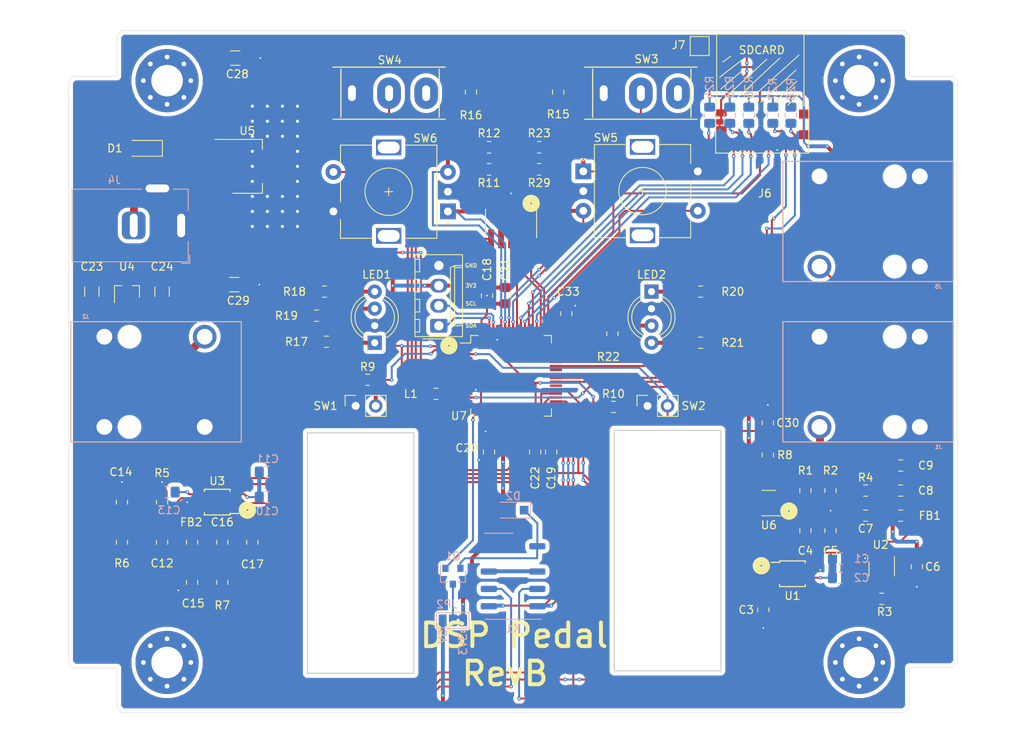
<source format=kicad_pcb>
(kicad_pcb (version 20171130) (host pcbnew "(5.1.7-0-10_14)")
  (layers (0 F.Cu signal) (31 B.Cu signal) (34 B.Paste user) (35 F.Paste user) (36 B.SilkS user) (37 F.SilkS user) (38 B.Mask user) (39 F.Mask user) (44 Edge.Cuts user))
  (net 0 "")
  (net 1 GND)
  (net 2 /InputSignal/VQ)
  (net 3 /InputSignal/FILT)
  (net 4 "Net-(C4-Pad2)")
  (net 5 "Net-(C4-Pad1)")
  (net 6 +3V3)
  (net 7 "Net-(C8-Pad2)")
  (net 8 /InputSignal/VA)
  (net 9 /OutputSignal/VQ)
  (net 10 "Net-(C12-Pad2)")
  (net 11 "Net-(C12-Pad1)")
  (net 12 /OutputSignal/FILT)
  (net 13 "Net-(C14-Pad2)")
  (net 14 "Net-(C16-Pad2)")
  (net 15 /OutputSignal/VA)
  (net 16 /SignalProcessing/VCAP1)
  (net 17 /ExtInput/FootExp_IN)
  (net 18 /SignalProcessing/VCAP2)
  (net 19 "Net-(D1-Pad2)")
  (net 20 /SignalProcessing/RelayCoil_OUT)
  (net 21 "Net-(J1-Pad1)")
  (net 22 /SignalProcessing/NRST)
  (net 23 "Net-(J3-Pad8)")
  (net 24 "Net-(J3-Pad7)")
  (net 25 /SignalProcessing/SWO)
  (net 26 /SignalProcessing/SWCLK)
  (net 27 /SignalProcessing/SWDIO)
  (net 28 "Net-(J5-Pad1)")
  (net 29 GNDPWR)
  (net 30 /MicroSD/uSD_D0)
  (net 31 /MicroSD/uSD_CLK)
  (net 32 /MicroSD/uSD_CMD)
  (net 33 /MicroSD/uSD_D3)
  (net 34 /MicroSD/uSD_D1)
  (net 35 /MicroSD/uSD_D2)
  (net 36 "Net-(K1-Pad2)")
  (net 37 /InputSignal/ADIN_SDOUT)
  (net 38 /SignalRelay/FX_IN)
  (net 39 /SignalRelay/FX_OUT)
  (net 40 /OutputSignal/ADOUT_SDIN)
  (net 41 /SignalProcessing/VDDA)
  (net 42 "Net-(LED1-Pad4)")
  (net 43 "Net-(LED1-Pad3)")
  (net 44 "Net-(LED1-Pad1)")
  (net 45 "Net-(LED2-Pad4)")
  (net 46 "Net-(LED2-Pad3)")
  (net 47 "Net-(LED2-Pad1)")
  (net 48 "Net-(R8-Pad2)")
  (net 49 /ExtInput/FootSwitchA_IN)
  (net 50 /ExtInput/FootSwitchB_IN)
  (net 51 /ExtInput/UserSwitchA_IN)
  (net 52 /ExtInput/UserSwitchB_IN)
  (net 53 /SignalProcessing/LEDA_R)
  (net 54 /SignalProcessing/LEDA_G)
  (net 55 /SignalProcessing/LEDA_B)
  (net 56 /SignalProcessing/LEDB_R)
  (net 57 /SignalProcessing/LEDB_G)
  (net 58 /SignalProcessing/LEDB_B)
  (net 59 "Net-(U1-Pad8)")
  (net 60 /InputSignal/ADIN_MCLK)
  (net 61 /InputSignal/ADIN_LRCK)
  (net 62 /InputSignal/ADIN_SCLK)
  (net 63 /InputSignal/SDOUT)
  (net 64 "Net-(U7-Pad42)")
  (net 65 "Net-(U7-Pad38)")
  (net 66 "Net-(U7-Pad30)")
  (net 67 "Net-(U7-Pad29)")
  (net 68 "Net-(U7-Pad25)")
  (net 69 "Net-(U7-Pad24)")
  (net 70 "Net-(U7-Pad23)")
  (net 71 "Net-(U7-Pad22)")
  (net 72 "Net-(U7-Pad21)")
  (net 73 "Net-(U7-Pad20)")
  (net 74 "Net-(U7-Pad17)")
  (net 75 "Net-(U7-Pad11)")
  (net 76 "Net-(U7-Pad6)")
  (net 77 "Net-(U7-Pad4)")
  (net 78 "Net-(U3-Pad10)")
  (net 79 +5V)
  (net 80 "Net-(C23-Pad1)")
  (net 81 "Net-(D2-Pad1)")
  (net 82 "Net-(JP2-Pad2)")
  (net 83 "Net-(U7-Pad41)")
  (net 84 /ExtInput/Encoder2_ENC_A)
  (net 85 /ExtInput/Encoder2_ENC_B)
  (net 86 /ExtInput/Encoder1_ENC_A)
  (net 87 /ExtInput/Encoder1_ENC_B)
  (net 88 /ExtInput/Encoder1_ENC_SW)
  (net 89 /ExtInput/Encoder2_ENC_SW)
  (net 90 "Net-(U7-Pad16)")
  (net 91 "Net-(U7-Pad15)")
  (net 92 /SignalProcessing/OLED_SCL)
  (net 93 /SignalProcessing/OLED_SDA)
  (module Molex_SDIO:Molex_SDIO_475710001 (layer F.Cu) (at 179.705 64.135 180)
    (fp_text reference J6 (at -0.762 -11.049 180) (layer F.SilkS))
    (fp_text value Micro_SD_Card)
    (fp_text user SDCARD (at -0.381 7.112 180) (layer F.SilkS))
    (pad 9 smd rect (at 4.9784 -1.9812 180) (size 1 0.7) (layers F.Cu F.Paste F.Mask) (net 29 GNDPWR))
    (pad 9 smd rect (at 4.7752 -0.8382 180) (size 1.4 0.9) (layers F.Cu F.Paste F.Mask) (net 29 GNDPWR))
    (pad 9 smd rect (at 4.7752 -3.1242 180) (size 1.4 1.2) (layers F.Cu F.Paste F.Mask) (net 29 GNDPWR))
    (pad 9 smd rect (at -5.6896 -0.9906 180) (size 1.2 1.15) (layers F.Cu F.Paste F.Mask) (net 29 GNDPWR))
    (pad 9 smd rect (at -5.6896 -3.6068 180) (size 1.2 1.15) (layers F.Cu F.Paste F.Mask) (net 29 GNDPWR))
    (pad 8 smd rect (at -4.5466 -4.6355) (size 0.7 1) (layers F.Cu F.Paste F.Mask) (net 34 /MicroSD/uSD_D1))
    (pad 7 smd rect (at -3.4417 -4.6355) (size 0.7 1) (layers F.Cu F.Paste F.Mask) (net 30 /MicroSD/uSD_D0))
    (pad 6 smd rect (at -2.3368 -4.6482) (size 0.7 1) (layers F.Cu F.Paste F.Mask) (net 1 GND))
    (pad 5 smd rect (at -1.2319 -4.6482) (size 0.7 1) (layers F.Cu F.Paste F.Mask) (net 31 /MicroSD/uSD_CLK))
    (pad 4 smd rect (at -0.1397 -4.6482) (size 0.7 1) (layers F.Cu F.Paste F.Mask) (net 6 +3V3))
    (pad 3 smd rect (at 0.9652 -4.6482) (size 0.7 1) (layers F.Cu F.Paste F.Mask) (net 32 /MicroSD/uSD_CMD))
    (pad 2 smd rect (at 2.0701 -4.6482) (size 0.7 1) (layers F.Cu F.Paste F.Mask) (net 33 /MicroSD/uSD_D3))
    (pad 1 smd rect (at 3.1623 -4.6482) (size 0.7 1) (layers F.Cu F.Paste F.Mask) (net 35 /MicroSD/uSD_D2))
  )
  (module Connector_Molex:Molex_KK-254_AE-6410-04A_1x04_P2.54mm_Vertical (layer F.Cu) (at 139.192 91.948 90)
    (fp_text reference J8 hide)
    (fp_text value Conn_01x04)
    (pad 4 thru_hole oval (at 7.62 0 90) (size 1.74 2.19) (drill 1.19) (layers *.Cu *.Mask) (net 1 GND))
    (pad 3 thru_hole oval (at 5.08 0 90) (size 1.74 2.19) (drill 1.19) (layers *.Cu *.Mask) (net 6 +3V3))
    (pad 2 thru_hole oval (at 2.54 0 90) (size 1.74 2.19) (drill 1.19) (layers *.Cu *.Mask) (net 92 /SignalProcessing/OLED_SCL))
    (pad 1 thru_hole roundrect (at 0 0 90) (size 1.74 2.19) (drill 1.19) (layers *.Cu *.Mask) (roundrect_rratio 0.143678) (net 93 /SignalProcessing/OLED_SDA))
  )
  (module Package_QFP:LQFP-64_10x10mm_P0.5mm (layer F.Cu) (at 148.336 98.298)
    (fp_text reference U7 (at -6.604 5.08) (layer F.SilkS))
    (fp_text value STM32F405RGTx)
    (pad 64 smd roundrect (at -3.75 -5.675) (size 0.3 1.55) (layers F.Cu F.Paste F.Mask) (net 6 +3V3))
    (pad 63 smd roundrect (at -3.25 -5.675) (size 0.3 1.55) (layers F.Cu F.Paste F.Mask) (net 1 GND))
    (pad 62 smd roundrect (at -2.75 -5.675) (size 0.3 1.55) (layers F.Cu F.Paste F.Mask) (net 93 /SignalProcessing/OLED_SDA))
    (pad 61 smd roundrect (at -2.25 -5.675) (size 0.3 1.55) (layers F.Cu F.Paste F.Mask) (net 92 /SignalProcessing/OLED_SCL))
    (pad 60 smd roundrect (at -1.75 -5.675) (size 0.3 1.55) (layers F.Cu F.Paste F.Mask) (net 1 GND))
    (pad 59 smd roundrect (at -1.25 -5.675) (size 0.3 1.55) (layers F.Cu F.Paste F.Mask) (net 85 /ExtInput/Encoder2_ENC_B))
    (pad 58 smd roundrect (at -0.75 -5.675) (size 0.3 1.55) (layers F.Cu F.Paste F.Mask) (net 84 /ExtInput/Encoder2_ENC_A))
    (pad 57 smd roundrect (at -0.25 -5.675) (size 0.3 1.55) (layers F.Cu F.Paste F.Mask) (net 87 /ExtInput/Encoder1_ENC_B))
    (pad 56 smd roundrect (at 0.25 -5.675) (size 0.3 1.55) (layers F.Cu F.Paste F.Mask) (net 86 /ExtInput/Encoder1_ENC_A))
    (pad 55 smd roundrect (at 0.75 -5.675) (size 0.3 1.55) (layers F.Cu F.Paste F.Mask) (net 25 /SignalProcessing/SWO))
    (pad 54 smd roundrect (at 1.25 -5.675) (size 0.3 1.55) (layers F.Cu F.Paste F.Mask) (net 32 /MicroSD/uSD_CMD))
    (pad 53 smd roundrect (at 1.75 -5.675) (size 0.3 1.55) (layers F.Cu F.Paste F.Mask) (net 31 /MicroSD/uSD_CLK))
    (pad 52 smd roundrect (at 2.25 -5.675) (size 0.3 1.55) (layers F.Cu F.Paste F.Mask) (net 33 /MicroSD/uSD_D3))
    (pad 51 smd roundrect (at 2.75 -5.675) (size 0.3 1.55) (layers F.Cu F.Paste F.Mask) (net 35 /MicroSD/uSD_D2))
    (pad 50 smd roundrect (at 3.25 -5.675) (size 0.3 1.55) (layers F.Cu F.Paste F.Mask) (net 88 /ExtInput/Encoder1_ENC_SW))
    (pad 49 smd roundrect (at 3.75 -5.675) (size 0.3 1.55) (layers F.Cu F.Paste F.Mask) (net 26 /SignalProcessing/SWCLK))
    (pad 48 smd roundrect (at 5.675 -3.75) (size 1.55 0.3) (layers F.Cu F.Paste F.Mask) (net 6 +3V3))
    (pad 47 smd roundrect (at 5.675 -3.25) (size 1.55 0.3) (layers F.Cu F.Paste F.Mask) (net 18 /SignalProcessing/VCAP2))
    (pad 46 smd roundrect (at 5.675 -2.75) (size 1.55 0.3) (layers F.Cu F.Paste F.Mask) (net 27 /SignalProcessing/SWDIO))
    (pad 45 smd roundrect (at 5.675 -2.25) (size 1.55 0.3) (layers F.Cu F.Paste F.Mask) (net 58 /SignalProcessing/LEDB_B))
    (pad 44 smd roundrect (at 5.675 -1.75) (size 1.55 0.3) (layers F.Cu F.Paste F.Mask) (net 57 /SignalProcessing/LEDB_G))
    (pad 43 smd roundrect (at 5.675 -1.25) (size 1.55 0.3) (layers F.Cu F.Paste F.Mask) (net 56 /SignalProcessing/LEDB_R))
    (pad 42 smd roundrect (at 5.675 -0.75) (size 1.55 0.3) (layers F.Cu F.Paste F.Mask) (net 64 "Net-(U7-Pad42)"))
    (pad 41 smd roundrect (at 5.675 -0.25) (size 1.55 0.3) (layers F.Cu F.Paste F.Mask) (net 83 "Net-(U7-Pad41)"))
    (pad 40 smd roundrect (at 5.675 0.25) (size 1.55 0.3) (layers F.Cu F.Paste F.Mask) (net 34 /MicroSD/uSD_D1))
    (pad 39 smd roundrect (at 5.675 0.75) (size 1.55 0.3) (layers F.Cu F.Paste F.Mask) (net 30 /MicroSD/uSD_D0))
    (pad 38 smd roundrect (at 5.675 1.25) (size 1.55 0.3) (layers F.Cu F.Paste F.Mask) (net 65 "Net-(U7-Pad38)"))
    (pad 37 smd roundrect (at 5.675 1.75) (size 1.55 0.3) (layers F.Cu F.Paste F.Mask) (net 60 /InputSignal/ADIN_MCLK))
    (pad 36 smd roundrect (at 5.675 2.25) (size 1.55 0.3) (layers F.Cu F.Paste F.Mask) (net 39 /SignalRelay/FX_OUT))
    (pad 35 smd roundrect (at 5.675 2.75) (size 1.55 0.3) (layers F.Cu F.Paste F.Mask) (net 38 /SignalRelay/FX_IN))
    (pad 34 smd roundrect (at 5.675 3.25) (size 1.55 0.3) (layers F.Cu F.Paste F.Mask) (net 62 /InputSignal/ADIN_SCLK))
    (pad 33 smd roundrect (at 5.675 3.75) (size 1.55 0.3) (layers F.Cu F.Paste F.Mask) (net 61 /InputSignal/ADIN_LRCK))
    (pad 32 smd roundrect (at 3.75 5.675) (size 0.3 1.55) (layers F.Cu F.Paste F.Mask) (net 6 +3V3))
    (pad 31 smd roundrect (at 3.25 5.675) (size 0.3 1.55) (layers F.Cu F.Paste F.Mask) (net 16 /SignalProcessing/VCAP1))
    (pad 30 smd roundrect (at 2.75 5.675) (size 0.3 1.55) (layers F.Cu F.Paste F.Mask) (net 66 "Net-(U7-Pad30)"))
    (pad 29 smd roundrect (at 2.25 5.675) (size 0.3 1.55) (layers F.Cu F.Paste F.Mask) (net 67 "Net-(U7-Pad29)"))
    (pad 28 smd roundrect (at 1.75 5.675) (size 0.3 1.55) (layers F.Cu F.Paste F.Mask) (net 55 /SignalProcessing/LEDA_B))
    (pad 27 smd roundrect (at 1.25 5.675) (size 0.3 1.55) (layers F.Cu F.Paste F.Mask) (net 54 /SignalProcessing/LEDA_G))
    (pad 26 smd roundrect (at 0.75 5.675) (size 0.3 1.55) (layers F.Cu F.Paste F.Mask) (net 53 /SignalProcessing/LEDA_R))
    (pad 25 smd roundrect (at 0.25 5.675) (size 0.3 1.55) (layers F.Cu F.Paste F.Mask) (net 68 "Net-(U7-Pad25)"))
    (pad 24 smd roundrect (at -0.25 5.675) (size 0.3 1.55) (layers F.Cu F.Paste F.Mask) (net 69 "Net-(U7-Pad24)"))
    (pad 23 smd roundrect (at -0.75 5.675) (size 0.3 1.55) (layers F.Cu F.Paste F.Mask) (net 70 "Net-(U7-Pad23)"))
    (pad 22 smd roundrect (at -1.25 5.675) (size 0.3 1.55) (layers F.Cu F.Paste F.Mask) (net 71 "Net-(U7-Pad22)"))
    (pad 21 smd roundrect (at -1.75 5.675) (size 0.3 1.55) (layers F.Cu F.Paste F.Mask) (net 72 "Net-(U7-Pad21)"))
    (pad 20 smd roundrect (at -2.25 5.675) (size 0.3 1.55) (layers F.Cu F.Paste F.Mask) (net 73 "Net-(U7-Pad20)"))
    (pad 19 smd roundrect (at -2.75 5.675) (size 0.3 1.55) (layers F.Cu F.Paste F.Mask) (net 6 +3V3))
    (pad 18 smd roundrect (at -3.25 5.675) (size 0.3 1.55) (layers F.Cu F.Paste F.Mask) (net 1 GND))
    (pad 17 smd roundrect (at -3.75 5.675) (size 0.3 1.55) (layers F.Cu F.Paste F.Mask) (net 74 "Net-(U7-Pad17)"))
    (pad 16 smd roundrect (at -5.675 3.75) (size 1.55 0.3) (layers F.Cu F.Paste F.Mask) (net 90 "Net-(U7-Pad16)"))
    (pad 15 smd roundrect (at -5.675 3.25) (size 1.55 0.3) (layers F.Cu F.Paste F.Mask) (net 91 "Net-(U7-Pad15)"))
    (pad 14 smd roundrect (at -5.675 2.75) (size 1.55 0.3) (layers F.Cu F.Paste F.Mask) (net 17 /ExtInput/FootExp_IN))
    (pad 13 smd roundrect (at -5.675 2.25) (size 1.55 0.3) (layers F.Cu F.Paste F.Mask) (net 41 /SignalProcessing/VDDA))
    (pad 12 smd roundrect (at -5.675 1.75) (size 1.55 0.3) (layers F.Cu F.Paste F.Mask) (net 1 GND))
    (pad 11 smd roundrect (at -5.675 1.25) (size 1.55 0.3) (layers F.Cu F.Paste F.Mask) (net 75 "Net-(U7-Pad11)"))
    (pad 10 smd roundrect (at -5.675 0.75) (size 1.55 0.3) (layers F.Cu F.Paste F.Mask) (net 52 /ExtInput/UserSwitchB_IN))
    (pad 9 smd roundrect (at -5.675 0.25) (size 1.55 0.3) (layers F.Cu F.Paste F.Mask) (net 51 /ExtInput/UserSwitchA_IN))
    (pad 8 smd roundrect (at -5.675 -0.25) (size 1.55 0.3) (layers F.Cu F.Paste F.Mask) (net 20 /SignalProcessing/RelayCoil_OUT))
    (pad 7 smd roundrect (at -5.675 -0.75) (size 1.55 0.3) (layers F.Cu F.Paste F.Mask) (net 22 /SignalProcessing/NRST))
    (pad 6 smd roundrect (at -5.675 -1.25) (size 1.55 0.3) (layers F.Cu F.Paste F.Mask) (net 76 "Net-(U7-Pad6)"))
    (pad 5 smd roundrect (at -5.675 -1.75) (size 1.55 0.3) (layers F.Cu F.Paste F.Mask) (net 89 /ExtInput/Encoder2_ENC_SW))
    (pad 4 smd roundrect (at -5.675 -2.25) (size 1.55 0.3) (layers F.Cu F.Paste F.Mask) (net 77 "Net-(U7-Pad4)"))
    (pad 3 smd roundrect (at -5.675 -2.75) (size 1.55 0.3) (layers F.Cu F.Paste F.Mask) (net 50 /ExtInput/FootSwitchB_IN))
    (pad 2 smd roundrect (at -5.675 -3.25) (size 1.55 0.3) (layers F.Cu F.Paste F.Mask) (net 49 /ExtInput/FootSwitchA_IN))
    (pad 1 smd roundrect (at -5.675 -3.75) (size 1.55 0.3) (layers F.Cu F.Paste F.Mask) (net 6 +3V3))
  )
  (module Rotary_Encoder:RotaryEncoder_Alps_EC11E-Switch_Vertical_H20mm (layer F.Cu) (at 140.335 77.47 180)
    (fp_text reference SW6 (at 2.8575 9.271) (layer F.SilkS))
    (fp_text value Rotary_Encoder_Switch)
    (pad A thru_hole rect (at 0 0 180) (size 2 2) (drill 1) (layers *.Cu *.Mask) (net 84 /ExtInput/Encoder2_ENC_A))
    (pad C thru_hole circle (at 0 2.5 180) (size 2 2) (drill 1) (layers *.Cu *.Mask) (net 1 GND))
    (pad B thru_hole circle (at 0 5 180) (size 2 2) (drill 1) (layers *.Cu *.Mask) (net 85 /ExtInput/Encoder2_ENC_B))
    (pad MP thru_hole rect (at 7.5 -3.1 180) (size 3.2 2) (drill oval 2.8 1.5) (layers *.Cu *.Mask))
    (pad MP thru_hole rect (at 7.5 8.1 180) (size 3.2 2) (drill oval 2.8 1.5) (layers *.Cu *.Mask))
    (pad S2 thru_hole circle (at 14.5 0 180) (size 2 2) (drill 1) (layers *.Cu *.Mask) (net 1 GND))
    (pad S1 thru_hole circle (at 14.5 5 180) (size 2 2) (drill 1) (layers *.Cu *.Mask) (net 89 /ExtInput/Encoder2_ENC_SW))
  )
  (module Rotary_Encoder:RotaryEncoder_Alps_EC11E-Switch_Vertical_H20mm (layer F.Cu) (at 157.48 72.39)
    (fp_text reference SW5 (at 2.8575 -4.2545) (layer F.SilkS))
    (fp_text value Rotary_Encoder_Switch)
    (pad A thru_hole rect (at 0 0) (size 2 2) (drill 1) (layers *.Cu *.Mask) (net 86 /ExtInput/Encoder1_ENC_A))
    (pad C thru_hole circle (at 0 2.5) (size 2 2) (drill 1) (layers *.Cu *.Mask) (net 1 GND))
    (pad B thru_hole circle (at 0 5) (size 2 2) (drill 1) (layers *.Cu *.Mask) (net 87 /ExtInput/Encoder1_ENC_B))
    (pad MP thru_hole rect (at 7.5 -3.1) (size 3.2 2) (drill oval 2.8 1.5) (layers *.Cu *.Mask))
    (pad MP thru_hole rect (at 7.5 8.1) (size 3.2 2) (drill oval 2.8 1.5) (layers *.Cu *.Mask))
    (pad S2 thru_hole circle (at 14.5 0) (size 2 2) (drill 1) (layers *.Cu *.Mask) (net 1 GND))
    (pad S1 thru_hole circle (at 14.5 5) (size 2 2) (drill 1) (layers *.Cu *.Mask) (net 88 /ExtInput/Encoder1_ENC_SW))
  )
  (module Resistor_SMD:R_0805_2012Metric_Pad1.20x1.40mm_HandSolder (layer F.Cu) (at 151.892 72.136)
    (fp_text reference R29 (at 0 1.7145 180) (layer F.SilkS))
    (fp_text value 10K)
    (pad 2 smd roundrect (at 1 0) (size 1.2 1.4) (layers F.Cu F.Paste F.Mask) (roundrect_rratio 0.208333) (net 87 /ExtInput/Encoder1_ENC_B))
    (pad 1 smd roundrect (at -1 0) (size 1.2 1.4) (layers F.Cu F.Paste F.Mask) (roundrect_rratio 0.208333) (net 6 +3V3))
  )
  (module Resistor_SMD:R_0805_2012Metric_Pad1.20x1.40mm_HandSolder (layer F.Cu) (at 151.892 69.342)
    (fp_text reference R23 (at 0 -1.778) (layer F.SilkS))
    (fp_text value 10K)
    (pad 2 smd roundrect (at 1 0) (size 1.2 1.4) (layers F.Cu F.Paste F.Mask) (roundrect_rratio 0.208333) (net 86 /ExtInput/Encoder1_ENC_A))
    (pad 1 smd roundrect (at -1 0) (size 1.2 1.4) (layers F.Cu F.Paste F.Mask) (roundrect_rratio 0.208333) (net 6 +3V3))
  )
  (module Resistor_SMD:R_0805_2012Metric_Pad1.20x1.40mm_HandSolder (layer F.Cu) (at 145.542 69.342 180)
    (fp_text reference R12 (at 0 1.778) (layer F.SilkS))
    (fp_text value 10K)
    (pad 2 smd roundrect (at 1 0 180) (size 1.2 1.4) (layers F.Cu F.Paste F.Mask) (roundrect_rratio 0.208333) (net 85 /ExtInput/Encoder2_ENC_B))
    (pad 1 smd roundrect (at -1 0 180) (size 1.2 1.4) (layers F.Cu F.Paste F.Mask) (roundrect_rratio 0.208333) (net 6 +3V3))
  )
  (module Resistor_SMD:R_0805_2012Metric_Pad1.20x1.40mm_HandSolder (layer F.Cu) (at 145.542 72.136 180)
    (fp_text reference R11 (at 0 -1.7145 180) (layer F.SilkS))
    (fp_text value 10K)
    (pad 2 smd roundrect (at 1 0 180) (size 1.2 1.4) (layers F.Cu F.Paste F.Mask) (roundrect_rratio 0.208333) (net 84 /ExtInput/Encoder2_ENC_A))
    (pad 1 smd roundrect (at -1 0 180) (size 1.2 1.4) (layers F.Cu F.Paste F.Mask) (roundrect_rratio 0.208333) (net 6 +3V3))
  )
  (module TestPoint:TestPoint_Pad_2.0x2.0mm (layer F.Cu) (at 172.212 56.515)
    (fp_text reference J7 (at -2.667 -0.127) (layer F.SilkS))
    (fp_text value Conn_01x01)
    (pad 1 smd rect (at 0 0) (size 2 2) (layers F.Cu F.Mask) (net 29 GNDPWR))
  )
  (module Package_TO_SOT_SMD:SOT-23 (layer B.Cu) (at 140.97 123.698 270)
    (fp_text reference Q1 (at -2.54 0 180) (layer B.SilkS) (effects (justify mirror)))
    (fp_text value DMG2302U)
    (pad 3 smd rect (at 1 0 270) (size 0.9 0.8) (layers B.Cu B.Paste B.Mask) (net 82 "Net-(JP2-Pad2)"))
    (pad 2 smd rect (at -1 -0.95 270) (size 0.9 0.8) (layers B.Cu B.Paste B.Mask) (net 81 "Net-(D2-Pad1)"))
    (pad 1 smd rect (at -1 0.95 270) (size 0.9 0.8) (layers B.Cu B.Paste B.Mask) (net 20 /SignalProcessing/RelayCoil_OUT))
  )
  (module Jumper:SolderJumper-3_P1.3mm_Bridged2Bar12_Pad1.0x1.5mm (layer B.Cu) (at 140.97 129.286 180)
    (fp_text reference JP2 (at 0.762 2.032) (layer B.SilkS) (effects (justify mirror)))
    (fp_text value Jumper_3_Bridged12)
    (fp_poly (pts (xy -0.9 0.6) (xy -0.4 0.6) (xy -0.4 0.2) (xy -0.9 0.2)) (layer B.Cu) (width 0))
    (fp_poly (pts (xy -0.9 -0.2) (xy -0.4 -0.2) (xy -0.4 -0.6) (xy -0.9 -0.6)) (layer B.Cu) (width 0))
    (pad 2 smd rect (at 0 0 180) (size 1 1.5) (layers B.Cu B.Mask) (net 82 "Net-(JP2-Pad2)"))
    (pad 3 smd rect (at 1.3 0 180) (size 1 1.5) (layers B.Cu B.Mask) (net 79 +5V))
    (pad 1 smd rect (at -1.3 0 180) (size 1 1.5) (layers B.Cu B.Mask) (net 6 +3V3))
  )
  (module Relay_SMD:Relay_Fujitsu_FTR-B3S (layer B.Cu) (at 148.59 123.698 180)
    (fp_text reference K1 (at 0 -6.604) (layer B.SilkS) (effects (justify mirror)))
    (fp_text value HFD4/3_S)
    (pad 1 smd roundrect (at -3.07 3.8 180) (size 2.06 0.8) (layers B.Cu B.Paste B.Mask) (net 81 "Net-(D2-Pad1)"))
    (pad 2 smd roundrect (at -3.07 0.6 180) (size 2.06 0.8) (layers B.Cu B.Paste B.Mask) (net 36 "Net-(K1-Pad2)"))
    (pad 3 smd roundrect (at -3.07 -1.6 180) (size 2.06 0.8) (layers B.Cu B.Paste B.Mask) (net 37 /InputSignal/ADIN_SDOUT))
    (pad 4 smd roundrect (at -3.07 -3.8 180) (size 2.06 0.8) (layers B.Cu B.Paste B.Mask) (net 38 /SignalRelay/FX_IN))
    (pad 5 smd roundrect (at 3.07 -3.8 180) (size 2.06 0.8) (layers B.Cu B.Paste B.Mask) (net 39 /SignalRelay/FX_OUT))
    (pad 6 smd roundrect (at 3.07 -1.6 180) (size 2.06 0.8) (layers B.Cu B.Paste B.Mask) (net 40 /OutputSignal/ADOUT_SDIN))
    (pad 7 smd roundrect (at 3.07 0.6 180) (size 2.06 0.8) (layers B.Cu B.Paste B.Mask) (net 36 "Net-(K1-Pad2)"))
    (pad 8 smd roundrect (at 3.07 3.8 180) (size 2.06 0.8) (layers B.Cu B.Paste B.Mask) (net 1 GND))
  )
  (module Package_TO_SOT_SMD:SOT-23 (layer F.Cu) (at 99.695 87.63 90)
    (fp_text reference U4 (at 3.175 0 180) (layer F.SilkS))
    (fp_text value SE8250X2_SOT23)
    (pad 3 smd rect (at 1 0 90) (size 0.9 0.8) (layers F.Cu F.Paste F.Mask) (net 80 "Net-(C23-Pad1)"))
    (pad 2 smd rect (at -1 0.95 90) (size 0.9 0.8) (layers F.Cu F.Paste F.Mask) (net 79 +5V))
    (pad 1 smd rect (at -1 -0.95 90) (size 0.9 0.8) (layers F.Cu F.Paste F.Mask) (net 1 GND))
  )
  (module Capacitor_SMD:C_1206_3216Metric_Pad1.42x1.75mm_HandSolder (layer F.Cu) (at 104.14 87.63 90)
    (fp_text reference C24 (at 3.175 0 180) (layer F.SilkS))
    (fp_text value 1uF)
    (pad 2 smd roundrect (at 1.4875 0 90) (size 1.425 1.75) (layers F.Cu F.Paste F.Mask) (roundrect_rratio 0.175439) (net 1 GND))
    (pad 1 smd roundrect (at -1.4875 0 90) (size 1.425 1.75) (layers F.Cu F.Paste F.Mask) (roundrect_rratio 0.175439) (net 79 +5V))
  )
  (module Capacitor_SMD:C_1206_3216Metric_Pad1.42x1.75mm_HandSolder (layer F.Cu) (at 95.25 87.63 270)
    (fp_text reference C23 (at -3.175 0 180) (layer F.SilkS))
    (fp_text value 1uF)
    (pad 2 smd roundrect (at 1.4875 0 270) (size 1.425 1.75) (layers F.Cu F.Paste F.Mask) (roundrect_rratio 0.175439) (net 1 GND))
    (pad 1 smd roundrect (at -1.4875 0 270) (size 1.425 1.75) (layers F.Cu F.Paste F.Mask) (roundrect_rratio 0.175439) (net 80 "Net-(C23-Pad1)"))
  )
  (module Diode_SMD:D_SOD-123F (layer B.Cu) (at 148.59 115.316 180)
    (fp_text reference D2 (at 0 1.778 180) (layer B.SilkS) (effects (justify mirror)))
    (fp_text value 1N4148)
    (pad 2 smd rect (at 1.4 0 180) (size 1.1 1.1) (layers B.Cu B.Paste B.Mask) (net 1 GND))
    (pad 1 smd rect (at -1.4 0 180) (size 1.1 1.1) (layers B.Cu B.Paste B.Mask) (net 81 "Net-(D2-Pad1)"))
  )
  (module Package_TO_SOT_SMD:SOT-223-3_TabPin2 (layer F.Cu) (at 114.935 71.755)
    (fp_text reference U5 (at 0 -4.5) (layer F.SilkS))
    (fp_text value MCP1703A-1202_SOT223)
    (pad 1 smd rect (at -3.15 -2.3) (size 2 1.5) (layers F.Cu F.Paste F.Mask) (net 80 "Net-(C23-Pad1)"))
    (pad 3 smd rect (at -3.15 2.3) (size 2 1.5) (layers F.Cu F.Paste F.Mask) (net 6 +3V3))
    (pad 2 smd rect (at -3.15 0) (size 2 1.5) (layers F.Cu F.Paste F.Mask) (net 1 GND))
    (pad 2 smd rect (at 3.15 0) (size 2 3.8) (layers F.Cu F.Paste F.Mask) (net 1 GND))
  )
  (module LED_THT:LED_D5.0mm-4_RGB_Wide_Pins (layer F.Cu) (at 131.064 94.107 90)
    (fp_text reference LED1 (at 8.636 0.254 180) (layer F.SilkS))
    (fp_text value LED_RCBG)
    (pad 4 thru_hole circle (at 6.477 0 90) (size 1.8 1.8) (drill 0.9) (layers *.Cu *.Mask) (net 42 "Net-(LED1-Pad4)"))
    (pad 3 thru_hole circle (at 4.318 0 90) (size 1.8 1.8) (drill 0.9) (layers *.Cu *.Mask) (net 43 "Net-(LED1-Pad3)"))
    (pad 2 thru_hole circle (at 2.159 0 90) (size 1.8 1.8) (drill 0.9) (layers *.Cu *.Mask) (net 1 GND))
    (pad 1 thru_hole rect (at 0 0 90) (size 1.8 1.8) (drill 0.9) (layers *.Cu *.Mask) (net 44 "Net-(LED1-Pad1)"))
  )
  (module LED_THT:LED_D5.0mm-4_RGB_Wide_Pins (layer F.Cu) (at 166.116 87.63 270)
    (fp_text reference LED2 (at -2.159 0 180) (layer F.SilkS))
    (fp_text value LED_RCBG)
    (pad 4 thru_hole circle (at 6.477 0 270) (size 1.8 1.8) (drill 0.9) (layers *.Cu *.Mask) (net 45 "Net-(LED2-Pad4)"))
    (pad 3 thru_hole circle (at 4.318 0 270) (size 1.8 1.8) (drill 0.9) (layers *.Cu *.Mask) (net 46 "Net-(LED2-Pad3)"))
    (pad 2 thru_hole circle (at 2.159 0 270) (size 1.8 1.8) (drill 0.9) (layers *.Cu *.Mask) (net 1 GND))
    (pad 1 thru_hole rect (at 0 0 270) (size 1.8 1.8) (drill 0.9) (layers *.Cu *.Mask) (net 47 "Net-(LED2-Pad1)"))
  )
  (module Connector_PinHeader_1.27mm:PinHeader_2x05_P1.27mm_Vertical_SMD (layer F.Cu) (at 148.336 78.994 270)
    (fp_text reference J3 hide)
    (fp_text value Conn_02x05_Odd_Even)
    (pad 10 smd rect (at 1.95 2.54 270) (size 2.4 0.74) (layers F.Cu F.Paste F.Mask) (net 22 /SignalProcessing/NRST))
    (pad 9 smd rect (at -1.95 2.54 270) (size 2.4 0.74) (layers F.Cu F.Paste F.Mask) (net 1 GND))
    (pad 8 smd rect (at 1.95 1.27 270) (size 2.4 0.74) (layers F.Cu F.Paste F.Mask) (net 23 "Net-(J3-Pad8)"))
    (pad 7 smd rect (at -1.95 1.27 270) (size 2.4 0.74) (layers F.Cu F.Paste F.Mask) (net 24 "Net-(J3-Pad7)"))
    (pad 6 smd rect (at 1.95 0 270) (size 2.4 0.74) (layers F.Cu F.Paste F.Mask) (net 25 /SignalProcessing/SWO))
    (pad 5 smd rect (at -1.95 0 270) (size 2.4 0.74) (layers F.Cu F.Paste F.Mask) (net 1 GND))
    (pad 4 smd rect (at 1.95 -1.27 270) (size 2.4 0.74) (layers F.Cu F.Paste F.Mask) (net 26 /SignalProcessing/SWCLK))
    (pad 3 smd rect (at -1.95 -1.27 270) (size 2.4 0.74) (layers F.Cu F.Paste F.Mask) (net 1 GND))
    (pad 2 smd rect (at 1.95 -2.54 270) (size 2.4 0.74) (layers F.Cu F.Paste F.Mask) (net 27 /SignalProcessing/SWDIO))
    (pad 1 smd rect (at -1.95 -2.54 270) (size 2.4 0.74) (layers F.Cu F.Paste F.Mask) (net 6 +3V3))
  )
  (module Package_TO_SOT_SMD:SOT-23-5 (layer F.Cu) (at 180.975 114.427 180)
    (fp_text reference U6 (at 0 -2.794) (layer F.SilkS))
    (fp_text value MCP601-xOT)
    (pad 5 smd rect (at 1.1 -0.95 180) (size 1.06 0.65) (layers F.Cu F.Paste F.Mask) (net 6 +3V3))
    (pad 4 smd rect (at 1.1 0.95 180) (size 1.06 0.65) (layers F.Cu F.Paste F.Mask) (net 48 "Net-(R8-Pad2)"))
    (pad 3 smd rect (at -1.1 0.95 180) (size 1.06 0.65) (layers F.Cu F.Paste F.Mask) (net 28 "Net-(J5-Pad1)"))
    (pad 2 smd rect (at -1.1 0 180) (size 1.06 0.65) (layers F.Cu F.Paste F.Mask) (net 1 GND))
    (pad 1 smd rect (at -1.1 -0.95 180) (size 1.06 0.65) (layers F.Cu F.Paste F.Mask) (net 48 "Net-(R8-Pad2)"))
  )
  (module Package_SO:TSSOP-10_3x3mm_P0.5mm (layer F.Cu) (at 111.125 114.3 180)
    (fp_text reference U3 (at 0 2.667) (layer F.SilkS))
    (fp_text value CS4344)
    (pad 10 smd rect (at 2.15 -1 180) (size 1.1 0.25) (layers F.Cu F.Paste F.Mask) (net 78 "Net-(U3-Pad10)"))
    (pad 9 smd rect (at 2.15 -0.5 180) (size 1.1 0.25) (layers F.Cu F.Paste F.Mask) (net 15 /OutputSignal/VA))
    (pad 8 smd rect (at 2.15 0 180) (size 1.1 0.25) (layers F.Cu F.Paste F.Mask) (net 1 GND))
    (pad 7 smd rect (at 2.15 0.5 180) (size 1.1 0.25) (layers F.Cu F.Paste F.Mask) (net 10 "Net-(C12-Pad2)"))
    (pad 6 smd rect (at 2.15 1 180) (size 1.1 0.25) (layers F.Cu F.Paste F.Mask) (net 12 /OutputSignal/FILT))
    (pad 5 smd rect (at -2.15 1 180) (size 1.1 0.25) (layers F.Cu F.Paste F.Mask) (net 9 /OutputSignal/VQ))
    (pad 4 smd rect (at -2.15 0.5 180) (size 1.1 0.25) (layers F.Cu F.Paste F.Mask) (net 60 /InputSignal/ADIN_MCLK))
    (pad 3 smd rect (at -2.15 0 180) (size 1.1 0.25) (layers F.Cu F.Paste F.Mask) (net 61 /InputSignal/ADIN_LRCK))
    (pad 2 smd rect (at -2.15 -0.5 180) (size 1.1 0.25) (layers F.Cu F.Paste F.Mask) (net 62 /InputSignal/ADIN_SCLK))
    (pad 1 smd rect (at -2.15 -1 180) (size 1.1 0.25) (layers F.Cu F.Paste F.Mask) (net 40 /OutputSignal/ADOUT_SDIN))
  )
  (module Package_TO_SOT_SMD:SOT-23-5_HandSoldering (layer F.Cu) (at 195.2625 122.7675 270)
    (fp_text reference U2 (at -3.07 0.127 180) (layer F.SilkS))
    (fp_text value 74AHC1G126)
    (pad 5 smd rect (at 1.35 -0.95 270) (size 1.56 0.65) (layers F.Cu F.Paste F.Mask) (net 79 +5V))
    (pad 4 smd rect (at 1.35 0.95 270) (size 1.56 0.65) (layers F.Cu F.Paste F.Mask) (net 37 /InputSignal/ADIN_SDOUT))
    (pad 3 smd rect (at -1.35 0.95 270) (size 1.56 0.65) (layers F.Cu F.Paste F.Mask) (net 1 GND))
    (pad 2 smd rect (at -1.35 0 270) (size 1.56 0.65) (layers F.Cu F.Paste F.Mask) (net 63 /InputSignal/SDOUT))
    (pad 1 smd rect (at -1.35 -0.95 270) (size 1.56 0.65) (layers F.Cu F.Paste F.Mask) (net 79 +5V))
  )
  (module Package_SO:TSSOP-10_3x3mm_P0.5mm (layer F.Cu) (at 183.9595 123.3805)
    (fp_text reference U1 (at 0 2.794) (layer F.SilkS))
    (fp_text value CS5343)
    (pad 10 smd rect (at 2.15 -1) (size 1.1 0.25) (layers F.Cu F.Paste F.Mask) (net 8 /InputSignal/VA))
    (pad 9 smd rect (at 2.15 -0.5) (size 1.1 0.25) (layers F.Cu F.Paste F.Mask) (net 1 GND))
    (pad 8 smd rect (at 2.15 0) (size 1.1 0.25) (layers F.Cu F.Paste F.Mask) (net 59 "Net-(U1-Pad8)"))
    (pad 7 smd rect (at 2.15 0.5) (size 1.1 0.25) (layers F.Cu F.Paste F.Mask) (net 2 /InputSignal/VQ))
    (pad 6 smd rect (at 2.15 1) (size 1.1 0.25) (layers F.Cu F.Paste F.Mask) (net 5 "Net-(C4-Pad1)"))
    (pad 5 smd rect (at -2.15 1) (size 1.1 0.25) (layers F.Cu F.Paste F.Mask) (net 3 /InputSignal/FILT))
    (pad 4 smd rect (at -2.15 0.5) (size 1.1 0.25) (layers F.Cu F.Paste F.Mask) (net 60 /InputSignal/ADIN_MCLK))
    (pad 3 smd rect (at -2.15 0) (size 1.1 0.25) (layers F.Cu F.Paste F.Mask) (net 61 /InputSignal/ADIN_LRCK))
    (pad 2 smd rect (at -2.15 -0.5) (size 1.1 0.25) (layers F.Cu F.Paste F.Mask) (net 62 /InputSignal/ADIN_SCLK))
    (pad 1 smd rect (at -2.15 -1) (size 1.1 0.25) (layers F.Cu F.Paste F.Mask) (net 63 /InputSignal/SDOUT))
  )
  (module custom_sw:SW_SPDT_W6.86MM_L12.7MM_P4.8MM_D2MM (layer F.Cu) (at 132.885 62.484 90)
    (fp_text reference SW4 (at 4.191 0.084 180) (layer F.SilkS))
    (fp_text value SW_SPST)
    (pad 3 thru_hole oval (at 0 4.7 90) (size 4 3) (drill oval 2 1) (layers *.Cu *.Mask))
    (pad 1 thru_hole oval (at 0 -4.7 90) (size 4 3) (drill oval 2 1) (layers *.Cu *.Mask) (net 1 GND))
    (pad 2 thru_hole oval (at 0 0 90) (size 4 3) (drill oval 2 1) (layers *.Cu *.Mask) (net 52 /ExtInput/UserSwitchB_IN))
  )
  (module custom_sw:SW_SPDT_W6.86MM_L12.7MM_P4.8MM_D2MM (layer F.Cu) (at 164.765 62.484 90)
    (fp_text reference SW3 (at 4.318 0.716 180) (layer F.SilkS))
    (fp_text value SW_SPST)
    (pad 3 thru_hole oval (at 0 4.7 90) (size 4 3) (drill oval 2 1) (layers *.Cu *.Mask))
    (pad 1 thru_hole oval (at 0 -4.7 90) (size 4 3) (drill oval 2 1) (layers *.Cu *.Mask) (net 1 GND))
    (pad 2 thru_hole oval (at 0 0 90) (size 4 3) (drill oval 2 1) (layers *.Cu *.Mask) (net 51 /ExtInput/UserSwitchA_IN))
  )
  (module Connector_PinSocket_2.54mm:PinSocket_1x02_P2.54mm_Vertical (layer F.Cu) (at 165.608 102.108 90)
    (fp_text reference SW2 (at 0 5.842 180) (layer F.SilkS))
    (fp_text value "P26L-1D-RND MTL")
    (pad 2 thru_hole oval (at 0 2.54 90) (size 1.7 1.7) (drill 1) (layers *.Cu *.Mask) (net 50 /ExtInput/FootSwitchB_IN))
    (pad 1 thru_hole rect (at 0 0 90) (size 1.7 1.7) (drill 1) (layers *.Cu *.Mask) (net 1 GND))
  )
  (module Connector_PinSocket_2.54mm:PinSocket_1x02_P2.54mm_Vertical (layer F.Cu) (at 128.651 102.108 90)
    (fp_text reference SW1 (at 0 -3.81 180) (layer F.SilkS))
    (fp_text value "P26L-1D-RND MTL")
    (pad 2 thru_hole oval (at 0 2.54 90) (size 1.7 1.7) (drill 1) (layers *.Cu *.Mask) (net 49 /ExtInput/FootSwitchA_IN))
    (pad 1 thru_hole rect (at 0 0 90) (size 1.7 1.7) (drill 1) (layers *.Cu *.Mask) (net 1 GND))
  )
  (module Resistor_SMD:R_0805_2012Metric_Pad1.15x1.40mm_HandSolder (layer B.Cu) (at 183.769 65.278 270)
    (fp_text reference R28 (at -3.302 0 270) (layer B.SilkS) (effects (justify mirror)))
    (fp_text value 47K)
    (pad 2 smd roundrect (at 1.025 0 270) (size 1.15 1.4) (layers B.Cu B.Paste B.Mask) (roundrect_rratio 0.217391) (net 34 /MicroSD/uSD_D1))
    (pad 1 smd roundrect (at -1.025 0 270) (size 1.15 1.4) (layers B.Cu B.Paste B.Mask) (roundrect_rratio 0.217391) (net 6 +3V3))
  )
  (module Resistor_SMD:R_0805_2012Metric_Pad1.15x1.40mm_HandSolder (layer B.Cu) (at 181.483 65.278 270)
    (fp_text reference R27 (at -3.311 0 270) (layer B.SilkS) (effects (justify mirror)))
    (fp_text value 47K)
    (pad 2 smd roundrect (at 1.025 0 270) (size 1.15 1.4) (layers B.Cu B.Paste B.Mask) (roundrect_rratio 0.217391) (net 30 /MicroSD/uSD_D0))
    (pad 1 smd roundrect (at -1.025 0 270) (size 1.15 1.4) (layers B.Cu B.Paste B.Mask) (roundrect_rratio 0.217391) (net 6 +3V3))
  )
  (module Resistor_SMD:R_0805_2012Metric_Pad1.15x1.40mm_HandSolder (layer B.Cu) (at 178.435 65.278 270)
    (fp_text reference R26 (at -3.556 0 90) (layer B.SilkS) (effects (justify mirror)))
    (fp_text value 47K)
    (pad 2 smd roundrect (at 1.025 0 270) (size 1.15 1.4) (layers B.Cu B.Paste B.Mask) (roundrect_rratio 0.217391) (net 32 /MicroSD/uSD_CMD))
    (pad 1 smd roundrect (at -1.025 0 270) (size 1.15 1.4) (layers B.Cu B.Paste B.Mask) (roundrect_rratio 0.217391) (net 6 +3V3))
  )
  (module Resistor_SMD:R_0805_2012Metric_Pad1.15x1.40mm_HandSolder (layer B.Cu) (at 176.022 65.278 270)
    (fp_text reference R25 (at -3.556 0 270) (layer B.SilkS) (effects (justify mirror)))
    (fp_text value 47K)
    (pad 2 smd roundrect (at 1.025 0 270) (size 1.15 1.4) (layers B.Cu B.Paste B.Mask) (roundrect_rratio 0.217391) (net 33 /MicroSD/uSD_D3))
    (pad 1 smd roundrect (at -1.025 0 270) (size 1.15 1.4) (layers B.Cu B.Paste B.Mask) (roundrect_rratio 0.217391) (net 6 +3V3))
  )
  (module Resistor_SMD:R_0805_2012Metric_Pad1.15x1.40mm_HandSolder (layer B.Cu) (at 173.482 65.278 270)
    (fp_text reference R24 (at -3.556 0 270) (layer B.SilkS) (effects (justify mirror)))
    (fp_text value 47K)
    (pad 2 smd roundrect (at 1.025 0 270) (size 1.15 1.4) (layers B.Cu B.Paste B.Mask) (roundrect_rratio 0.217391) (net 35 /MicroSD/uSD_D2))
    (pad 1 smd roundrect (at -1.025 0 270) (size 1.15 1.4) (layers B.Cu B.Paste B.Mask) (roundrect_rratio 0.217391) (net 6 +3V3))
  )
  (module Resistor_SMD:R_0805_2012Metric_Pad1.15x1.40mm_HandSolder (layer F.Cu) (at 161.163 92.964 270)
    (fp_text reference R22 (at 2.921 0.508 180) (layer F.SilkS))
    (fp_text value 220R)
    (pad 2 smd roundrect (at 1.025 0 270) (size 1.15 1.4) (layers F.Cu F.Paste F.Mask) (roundrect_rratio 0.217391) (net 58 /SignalProcessing/LEDB_B))
    (pad 1 smd roundrect (at -1.025 0 270) (size 1.15 1.4) (layers F.Cu F.Paste F.Mask) (roundrect_rratio 0.217391) (net 46 "Net-(LED2-Pad3)"))
  )
  (module Resistor_SMD:R_0805_2012Metric_Pad1.15x1.40mm_HandSolder (layer F.Cu) (at 172.339 94.107)
    (fp_text reference R21 (at 4.064 0) (layer F.SilkS))
    (fp_text value 220R)
    (pad 2 smd roundrect (at 1.025 0) (size 1.15 1.4) (layers F.Cu F.Paste F.Mask) (roundrect_rratio 0.217391) (net 57 /SignalProcessing/LEDB_G))
    (pad 1 smd roundrect (at -1.025 0) (size 1.15 1.4) (layers F.Cu F.Paste F.Mask) (roundrect_rratio 0.217391) (net 45 "Net-(LED2-Pad4)"))
  )
  (module Resistor_SMD:R_0805_2012Metric_Pad1.15x1.40mm_HandSolder (layer F.Cu) (at 172.339 87.63)
    (fp_text reference R20 (at 4.064 0) (layer F.SilkS))
    (fp_text value 220R)
    (pad 2 smd roundrect (at 1.025 0) (size 1.15 1.4) (layers F.Cu F.Paste F.Mask) (roundrect_rratio 0.217391) (net 56 /SignalProcessing/LEDB_R))
    (pad 1 smd roundrect (at -1.025 0) (size 1.15 1.4) (layers F.Cu F.Paste F.Mask) (roundrect_rratio 0.217391) (net 47 "Net-(LED2-Pad1)"))
  )
  (module Resistor_SMD:R_0805_2012Metric_Pad1.15x1.40mm_HandSolder (layer F.Cu) (at 123.698 90.678 180)
    (fp_text reference R19 (at 3.81 0) (layer F.SilkS))
    (fp_text value 220R)
    (pad 2 smd roundrect (at 1.025 0 180) (size 1.15 1.4) (layers F.Cu F.Paste F.Mask) (roundrect_rratio 0.217391) (net 55 /SignalProcessing/LEDA_B))
    (pad 1 smd roundrect (at -1.025 0 180) (size 1.15 1.4) (layers F.Cu F.Paste F.Mask) (roundrect_rratio 0.217391) (net 43 "Net-(LED1-Pad3)"))
  )
  (module Resistor_SMD:R_0805_2012Metric_Pad1.15x1.40mm_HandSolder (layer F.Cu) (at 124.714 87.63 180)
    (fp_text reference R18 (at 3.81 0) (layer F.SilkS))
    (fp_text value 220R)
    (pad 2 smd roundrect (at 1.025 0 180) (size 1.15 1.4) (layers F.Cu F.Paste F.Mask) (roundrect_rratio 0.217391) (net 54 /SignalProcessing/LEDA_G))
    (pad 1 smd roundrect (at -1.025 0 180) (size 1.15 1.4) (layers F.Cu F.Paste F.Mask) (roundrect_rratio 0.217391) (net 42 "Net-(LED1-Pad4)"))
  )
  (module Resistor_SMD:R_0805_2012Metric_Pad1.15x1.40mm_HandSolder (layer F.Cu) (at 124.968 93.98 180)
    (fp_text reference R17 (at 3.81 0) (layer F.SilkS))
    (fp_text value 220R)
    (pad 2 smd roundrect (at 1.025 0 180) (size 1.15 1.4) (layers F.Cu F.Paste F.Mask) (roundrect_rratio 0.217391) (net 53 /SignalProcessing/LEDA_R))
    (pad 1 smd roundrect (at -1.025 0 180) (size 1.15 1.4) (layers F.Cu F.Paste F.Mask) (roundrect_rratio 0.217391) (net 44 "Net-(LED1-Pad1)"))
  )
  (module Resistor_SMD:R_0805_2012Metric_Pad1.15x1.40mm_HandSolder (layer F.Cu) (at 143.256 62.357 270)
    (fp_text reference R16 (at 2.921 0 180) (layer F.SilkS))
    (fp_text value 1K)
    (pad 2 smd roundrect (at 1.025 0 270) (size 1.15 1.4) (layers F.Cu F.Paste F.Mask) (roundrect_rratio 0.217391) (net 52 /ExtInput/UserSwitchB_IN))
    (pad 1 smd roundrect (at -1.025 0 270) (size 1.15 1.4) (layers F.Cu F.Paste F.Mask) (roundrect_rratio 0.217391) (net 6 +3V3))
  )
  (module Resistor_SMD:R_0805_2012Metric_Pad1.15x1.40mm_HandSolder (layer F.Cu) (at 154.305 62.357 270)
    (fp_text reference R15 (at 2.794 0 180) (layer F.SilkS))
    (fp_text value 1K)
    (pad 2 smd roundrect (at 1.025 0 270) (size 1.15 1.4) (layers F.Cu F.Paste F.Mask) (roundrect_rratio 0.217391) (net 51 /ExtInput/UserSwitchA_IN))
    (pad 1 smd roundrect (at -1.025 0 270) (size 1.15 1.4) (layers F.Cu F.Paste F.Mask) (roundrect_rratio 0.217391) (net 6 +3V3))
  )
  (module Resistor_SMD:R_0805_2012Metric_Pad1.15x1.40mm_HandSolder (layer F.Cu) (at 161.29 102.235)
    (fp_text reference R10 (at 0 -1.65) (layer F.SilkS))
    (fp_text value 1K)
    (pad 2 smd roundrect (at 1.025 0) (size 1.15 1.4) (layers F.Cu F.Paste F.Mask) (roundrect_rratio 0.217391) (net 50 /ExtInput/FootSwitchB_IN))
    (pad 1 smd roundrect (at -1.025 0) (size 1.15 1.4) (layers F.Cu F.Paste F.Mask) (roundrect_rratio 0.217391) (net 6 +3V3))
  )
  (module Resistor_SMD:R_0805_2012Metric_Pad1.15x1.40mm_HandSolder (layer F.Cu) (at 130.175 98.806)
    (fp_text reference R9 (at 0 -1.65) (layer F.SilkS))
    (fp_text value 1K)
    (pad 2 smd roundrect (at 1.025 0) (size 1.15 1.4) (layers F.Cu F.Paste F.Mask) (roundrect_rratio 0.217391) (net 49 /ExtInput/FootSwitchA_IN))
    (pad 1 smd roundrect (at -1.025 0) (size 1.15 1.4) (layers F.Cu F.Paste F.Mask) (roundrect_rratio 0.217391) (net 6 +3V3))
  )
  (module Resistor_SMD:R_0805_2012Metric_Pad1.15x1.40mm_HandSolder (layer F.Cu) (at 180.848 108.331 270)
    (fp_text reference R8 (at 0 -2.159 180) (layer F.SilkS))
    (fp_text value 50R)
    (pad 2 smd roundrect (at 1.025 0 270) (size 1.15 1.4) (layers F.Cu F.Paste F.Mask) (roundrect_rratio 0.217391) (net 48 "Net-(R8-Pad2)"))
    (pad 1 smd roundrect (at -1.025 0 270) (size 1.15 1.4) (layers F.Cu F.Paste F.Mask) (roundrect_rratio 0.217391) (net 17 /ExtInput/FootExp_IN))
  )
  (module Resistor_SMD:R_0805_2012Metric_Pad1.15x1.40mm_HandSolder (layer F.Cu) (at 111.76 124.46 270)
    (fp_text reference R7 (at 2.921 0 180) (layer F.SilkS))
    (fp_text value "1R 1%")
    (pad 2 smd roundrect (at 1.025 0 270) (size 1.15 1.4) (layers F.Cu F.Paste F.Mask) (roundrect_rratio 0.217391) (net 1 GND))
    (pad 1 smd roundrect (at -1.025 0 270) (size 1.15 1.4) (layers F.Cu F.Paste F.Mask) (roundrect_rratio 0.217391) (net 14 "Net-(C16-Pad2)"))
  )
  (module Resistor_SMD:R_0805_2012Metric_Pad1.15x1.40mm_HandSolder (layer F.Cu) (at 99.06 119.38 270)
    (fp_text reference R6 (at 2.667 0 180) (layer F.SilkS))
    (fp_text value "470 1%")
    (pad 2 smd roundrect (at 1.025 0 270) (size 1.15 1.4) (layers F.Cu F.Paste F.Mask) (roundrect_rratio 0.217391) (net 11 "Net-(C12-Pad1)"))
    (pad 1 smd roundrect (at -1.025 0 270) (size 1.15 1.4) (layers F.Cu F.Paste F.Mask) (roundrect_rratio 0.217391) (net 13 "Net-(C14-Pad2)"))
  )
  (module Resistor_SMD:R_0805_2012Metric_Pad1.15x1.40mm_HandSolder (layer F.Cu) (at 104.14 114.3 90)
    (fp_text reference R5 (at 3.683 0 180) (layer F.SilkS))
    (fp_text value 10K)
    (pad 2 smd roundrect (at 1.025 0 90) (size 1.15 1.4) (layers F.Cu F.Paste F.Mask) (roundrect_rratio 0.217391) (net 1 GND))
    (pad 1 smd roundrect (at -1.025 0 90) (size 1.15 1.4) (layers F.Cu F.Paste F.Mask) (roundrect_rratio 0.217391) (net 11 "Net-(C12-Pad1)"))
  )
  (module Resistor_SMD:R_0805_2012Metric_Pad1.15x1.40mm_HandSolder (layer F.Cu) (at 193.2305 112.8395 180)
    (fp_text reference R4 (at 0 1.651) (layer F.SilkS))
    (fp_text value "1R 1%")
    (pad 2 smd roundrect (at 1.025 0 180) (size 1.15 1.4) (layers F.Cu F.Paste F.Mask) (roundrect_rratio 0.217391) (net 1 GND))
    (pad 1 smd roundrect (at -1.025 0 180) (size 1.15 1.4) (layers F.Cu F.Paste F.Mask) (roundrect_rratio 0.217391) (net 7 "Net-(C8-Pad2)"))
  )
  (module Resistor_SMD:R_0805_2012Metric_Pad1.15x1.40mm_HandSolder (layer F.Cu) (at 195.2625 126.5555)
    (fp_text reference R3 (at 0.381 1.651) (layer F.SilkS))
    (fp_text value 10K)
    (pad 2 smd roundrect (at 1.025 0) (size 1.15 1.4) (layers F.Cu F.Paste F.Mask) (roundrect_rratio 0.217391) (net 79 +5V))
    (pad 1 smd roundrect (at -1.025 0) (size 1.15 1.4) (layers F.Cu F.Paste F.Mask) (roundrect_rratio 0.217391) (net 37 /InputSignal/ADIN_SDOUT))
  )
  (module Resistor_SMD:R_0805_2012Metric_Pad1.15x1.40mm_HandSolder (layer F.Cu) (at 188.7855 112.8395 270)
    (fp_text reference R2 (at -2.54 0 180) (layer F.SilkS))
    (fp_text value 5K1)
    (pad 2 smd roundrect (at 1.025 0 270) (size 1.15 1.4) (layers F.Cu F.Paste F.Mask) (roundrect_rratio 0.217391) (net 4 "Net-(C4-Pad2)"))
    (pad 1 smd roundrect (at -1.025 0 270) (size 1.15 1.4) (layers F.Cu F.Paste F.Mask) (roundrect_rratio 0.217391) (net 1 GND))
  )
  (module Resistor_SMD:R_0805_2012Metric_Pad1.15x1.40mm_HandSolder (layer F.Cu) (at 185.6105 112.8395 90)
    (fp_text reference R1 (at 2.54 0 180) (layer F.SilkS))
    (fp_text value 5K1)
    (pad 2 smd roundrect (at 1.025 0 90) (size 1.15 1.4) (layers F.Cu F.Paste F.Mask) (roundrect_rratio 0.217391) (net 21 "Net-(J1-Pad1)"))
    (pad 1 smd roundrect (at -1.025 0 90) (size 1.15 1.4) (layers F.Cu F.Paste F.Mask) (roundrect_rratio 0.217391) (net 4 "Net-(C4-Pad2)"))
  )
  (module Inductor_SMD:L_0805_2012Metric_Pad1.15x1.40mm_HandSolder (layer F.Cu) (at 138.811 100.584)
    (fp_text reference L1 (at -3.175 0) (layer F.SilkS))
    (fp_text value 600)
    (pad 2 smd roundrect (at 1.025 0) (size 1.15 1.4) (layers F.Cu F.Paste F.Mask) (roundrect_rratio 0.217391) (net 41 /SignalProcessing/VDDA))
    (pad 1 smd roundrect (at -1.025 0) (size 1.15 1.4) (layers F.Cu F.Paste F.Mask) (roundrect_rratio 0.217391) (net 6 +3V3))
  )
  (module NeutrikNRJ:NRJxHx_NOTAB (layer B.Cu) (at 193.548 78.74)
    (fp_text reference J5 (at 8.89 8.255 180) (layer B.SilkS) (effects (font (size 0.5 0.5) (thickness 0.125)) (justify mirror)))
    (fp_text value MonoJack2Switch)
    (pad 1 thru_hole circle (at -6.1595 5.715) (size 3 3) (drill 2) (layers *.Cu *.Mask) (net 28 "Net-(J5-Pad1)"))
    (pad 2 thru_hole circle (at -6.1595 -5.715) (size 3 3) (drill 2) (layers *.Cu *.Mask) (net 1 GND))
    (pad 3 thru_hole circle (at 6.5405 -5.715) (size 3 3) (drill 2) (layers *.Cu *.Mask) (net 1 GND))
    (pad 4 thru_hole circle (at 6.5405 5.715) (size 3 3) (drill 2) (layers *.Cu *.Mask) (net 1 GND))
    (pad "" np_thru_hole circle (at 3.3655 5.715) (size 2 2) (drill 2) (layers *.Cu *.Mask))
    (pad "" np_thru_hole circle (at 3.3655 -5.715) (size 2 2) (drill 2) (layers *.Cu *.Mask))
  )
  (module Connector_BarrelJack:BarrelJack_Horizontal (layer B.Cu) (at 106.553 79.248)
    (fp_text reference J4 (at -8.45 -5.75) (layer B.SilkS) (effects (justify mirror)))
    (fp_text value Barrel_Jack_Switch)
    (pad 3 thru_hole roundrect (at -3 -4.7) (size 3.5 3.5) (drill oval 3 1) (layers *.Cu *.Mask) (net 1 GND))
    (pad 2 thru_hole roundrect (at -6 0) (size 3 3.5) (drill oval 1 3) (layers *.Cu *.Mask) (net 19 "Net-(D1-Pad2)"))
    (pad 1 thru_hole rect (at 0 0) (size 3.5 3.5) (drill oval 1 3) (layers *.Cu *.Mask) (net 1 GND))
  )
  (module NeutrikNRJ:NRJxHx_NOTAB (layer B.Cu) (at 103.378 99.06 180)
    (fp_text reference J2 (at 8.89 8.255) (layer B.SilkS) (effects (font (size 0.5 0.5) (thickness 0.125)) (justify mirror)))
    (fp_text value MonoJack2Switch)
    (pad 1 thru_hole circle (at -6.1595 5.715 180) (size 3 3) (drill 2) (layers *.Cu *.Mask) (net 13 "Net-(C14-Pad2)"))
    (pad 2 thru_hole circle (at -6.1595 -5.715 180) (size 3 3) (drill 2) (layers *.Cu *.Mask) (net 1 GND))
    (pad 3 thru_hole circle (at 6.5405 -5.715 180) (size 3 3) (drill 2) (layers *.Cu *.Mask) (net 1 GND))
    (pad 4 thru_hole circle (at 6.5405 5.715 180) (size 3 3) (drill 2) (layers *.Cu *.Mask) (net 1 GND))
    (pad "" np_thru_hole circle (at 3.3655 5.715 180) (size 2 2) (drill 2) (layers *.Cu *.Mask))
    (pad "" np_thru_hole circle (at 3.3655 -5.715 180) (size 2 2) (drill 2) (layers *.Cu *.Mask))
  )
  (module NeutrikNRJ:NRJxHx_NOTAB (layer B.Cu) (at 193.548 99.06)
    (fp_text reference J1 (at 8.89 8.255) (layer B.SilkS) (effects (font (size 0.5 0.5) (thickness 0.125)) (justify mirror)))
    (fp_text value MonoJack2Switch)
    (pad 1 thru_hole circle (at -6.1595 5.715) (size 3 3) (drill 2) (layers *.Cu *.Mask) (net 21 "Net-(J1-Pad1)"))
    (pad 2 thru_hole circle (at -6.1595 -5.715) (size 3 3) (drill 2) (layers *.Cu *.Mask) (net 1 GND))
    (pad 3 thru_hole circle (at 6.5405 -5.715) (size 3 3) (drill 2) (layers *.Cu *.Mask) (net 1 GND))
    (pad 4 thru_hole circle (at 6.5405 5.715) (size 3 3) (drill 2) (layers *.Cu *.Mask) (net 1 GND))
    (pad "" np_thru_hole circle (at 3.3655 5.715) (size 2 2) (drill 2) (layers *.Cu *.Mask))
    (pad "" np_thru_hole circle (at 3.3655 -5.715) (size 2 2) (drill 2) (layers *.Cu *.Mask))
  )
  (module Inductor_SMD:L_0805_2012Metric_Pad1.15x1.40mm_HandSolder (layer F.Cu) (at 107.95 119.38 270)
    (fp_text reference FB2 (at -2.54 0.127 180) (layer F.SilkS))
    (fp_text value 600)
    (pad 2 smd roundrect (at 1.025 0 270) (size 1.15 1.4) (layers F.Cu F.Paste F.Mask) (roundrect_rratio 0.217391) (net 79 +5V))
    (pad 1 smd roundrect (at -1.025 0 270) (size 1.15 1.4) (layers F.Cu F.Paste F.Mask) (roundrect_rratio 0.217391) (net 15 /OutputSignal/VA))
  )
  (module Inductor_SMD:L_0805_2012Metric_Pad1.15x1.40mm_HandSolder (layer F.Cu) (at 197.6755 116.0145 180)
    (fp_text reference FB1 (at -3.683 0) (layer F.SilkS))
    (fp_text value 600)
    (pad 2 smd roundrect (at 1.025 0 180) (size 1.15 1.4) (layers F.Cu F.Paste F.Mask) (roundrect_rratio 0.217391) (net 79 +5V))
    (pad 1 smd roundrect (at -1.025 0 180) (size 1.15 1.4) (layers F.Cu F.Paste F.Mask) (roundrect_rratio 0.217391) (net 8 /InputSignal/VA))
  )
  (module Diode_SMD:D_SOD-123F (layer F.Cu) (at 101.981 69.469 180)
    (fp_text reference D1 (at 3.81 0) (layer F.SilkS))
    (fp_text value D_Schottky)
    (pad 2 smd rect (at 1.4 0 180) (size 1.1 1.1) (layers F.Cu F.Paste F.Mask) (net 19 "Net-(D1-Pad2)"))
    (pad 1 smd rect (at -1.4 0 180) (size 1.1 1.1) (layers F.Cu F.Paste F.Mask) (net 80 "Net-(C23-Pad1)"))
  )
  (module Capacitor_SMD:C_0805_2012Metric_Pad1.15x1.40mm_HandSolder (layer F.Cu) (at 155.321 90.424 270)
    (fp_text reference C33 (at -2.794 -0.254 180) (layer F.SilkS))
    (fp_text value 2.2uF)
    (pad 2 smd roundrect (at 1.025 0 270) (size 1.15 1.4) (layers F.Cu F.Paste F.Mask) (roundrect_rratio 0.217391) (net 18 /SignalProcessing/VCAP2))
    (pad 1 smd roundrect (at -1.025 0 270) (size 1.15 1.4) (layers F.Cu F.Paste F.Mask) (roundrect_rratio 0.217391) (net 1 GND))
  )
  (module Capacitor_SMD:C_0805_2012Metric_Pad1.15x1.40mm_HandSolder (layer F.Cu) (at 180.848 104.267 270)
    (fp_text reference C30 (at 0 -2.54 180) (layer F.SilkS))
    (fp_text value 100nF)
    (pad 2 smd roundrect (at 1.025 0 270) (size 1.15 1.4) (layers F.Cu F.Paste F.Mask) (roundrect_rratio 0.217391) (net 17 /ExtInput/FootExp_IN))
    (pad 1 smd roundrect (at -1.025 0 270) (size 1.15 1.4) (layers F.Cu F.Paste F.Mask) (roundrect_rratio 0.217391) (net 1 GND))
  )
  (module Capacitor_SMD:C_1206_3216Metric_Pad1.42x1.75mm_HandSolder (layer F.Cu) (at 113.284 86.741)
    (fp_text reference C29 (at 0.508 2.032) (layer F.SilkS))
    (fp_text value 1uF)
    (pad 2 smd roundrect (at 1.4875 0) (size 1.425 1.75) (layers F.Cu F.Paste F.Mask) (roundrect_rratio 0.175439) (net 1 GND))
    (pad 1 smd roundrect (at -1.4875 0) (size 1.425 1.75) (layers F.Cu F.Paste F.Mask) (roundrect_rratio 0.175439) (net 6 +3V3))
  )
  (module Capacitor_SMD:C_1206_3216Metric_Pad1.42x1.75mm_HandSolder (layer F.Cu) (at 113.411 58.039)
    (fp_text reference C28 (at 0.254 2.032) (layer F.SilkS))
    (fp_text value 1uF)
    (pad 2 smd roundrect (at 1.4875 0) (size 1.425 1.75) (layers F.Cu F.Paste F.Mask) (roundrect_rratio 0.175439) (net 1 GND))
    (pad 1 smd roundrect (at -1.4875 0) (size 1.425 1.75) (layers F.Cu F.Paste F.Mask) (roundrect_rratio 0.175439) (net 80 "Net-(C23-Pad1)"))
  )
  (module Capacitor_SMD:C_0805_2012Metric_Pad1.15x1.40mm_HandSolder (layer F.Cu) (at 151.384 107.95 90)
    (fp_text reference C22 (at -3.302 0 270) (layer F.SilkS))
    (fp_text value 2.2uF)
    (pad 2 smd roundrect (at 1.025 0 90) (size 1.15 1.4) (layers F.Cu F.Paste F.Mask) (roundrect_rratio 0.217391) (net 16 /SignalProcessing/VCAP1))
    (pad 1 smd roundrect (at -1.025 0 90) (size 1.15 1.4) (layers F.Cu F.Paste F.Mask) (roundrect_rratio 0.217391) (net 1 GND))
  )
  (module Capacitor_SMD:C_0805_2012Metric_Pad1.15x1.40mm_HandSolder (layer F.Cu) (at 147.574 88.138 90)
    (fp_text reference C21 (at 3.302 0 270) (layer F.SilkS))
    (fp_text value 100nF)
    (pad 2 smd roundrect (at 1.025 0 90) (size 1.15 1.4) (layers F.Cu F.Paste F.Mask) (roundrect_rratio 0.217391) (net 1 GND))
    (pad 1 smd roundrect (at -1.025 0 90) (size 1.15 1.4) (layers F.Cu F.Paste F.Mask) (roundrect_rratio 0.217391) (net 6 +3V3))
  )
  (module Capacitor_SMD:C_0805_2012Metric_Pad1.15x1.40mm_HandSolder (layer F.Cu) (at 145.542 107.95 270)
    (fp_text reference C20 (at -0.508 2.794) (layer F.SilkS))
    (fp_text value 100nF)
    (pad 2 smd roundrect (at 1.025 0 270) (size 1.15 1.4) (layers F.Cu F.Paste F.Mask) (roundrect_rratio 0.217391) (net 1 GND))
    (pad 1 smd roundrect (at -1.025 0 270) (size 1.15 1.4) (layers F.Cu F.Paste F.Mask) (roundrect_rratio 0.217391) (net 6 +3V3))
  )
  (module Capacitor_SMD:C_0805_2012Metric_Pad1.15x1.40mm_HandSolder (layer F.Cu) (at 153.416 107.95 270)
    (fp_text reference C19 (at 3.302 0 90) (layer F.SilkS))
    (fp_text value 100nF)
    (pad 2 smd roundrect (at 1.025 0 270) (size 1.15 1.4) (layers F.Cu F.Paste F.Mask) (roundrect_rratio 0.217391) (net 1 GND))
    (pad 1 smd roundrect (at -1.025 0 270) (size 1.15 1.4) (layers F.Cu F.Paste F.Mask) (roundrect_rratio 0.217391) (net 6 +3V3))
  )
  (module Capacitor_SMD:C_0805_2012Metric_Pad1.15x1.40mm_HandSolder (layer F.Cu) (at 145.288 88.138 90)
    (fp_text reference C18 (at 3.302 0 90) (layer F.SilkS))
    (fp_text value 100nF)
    (pad 2 smd roundrect (at 1.025 0 90) (size 1.15 1.4) (layers F.Cu F.Paste F.Mask) (roundrect_rratio 0.217391) (net 1 GND))
    (pad 1 smd roundrect (at -1.025 0 90) (size 1.15 1.4) (layers F.Cu F.Paste F.Mask) (roundrect_rratio 0.217391) (net 6 +3V3))
  )
  (module Capacitor_SMD:C_0805_2012Metric_Pad1.15x1.40mm_HandSolder (layer F.Cu) (at 115.57 119.38 270)
    (fp_text reference C17 (at 2.794 0 180) (layer F.SilkS))
    (fp_text value 100nF)
    (pad 2 smd roundrect (at 1.025 0 270) (size 1.15 1.4) (layers F.Cu F.Paste F.Mask) (roundrect_rratio 0.217391) (net 1 GND))
    (pad 1 smd roundrect (at -1.025 0 270) (size 1.15 1.4) (layers F.Cu F.Paste F.Mask) (roundrect_rratio 0.217391) (net 15 /OutputSignal/VA))
  )
  (module Capacitor_SMD:C_0805_2012Metric_Pad1.15x1.40mm_HandSolder (layer F.Cu) (at 111.76 119.38 270)
    (fp_text reference C16 (at -2.54 0 180) (layer F.SilkS))
    (fp_text value 100nF)
    (pad 2 smd roundrect (at 1.025 0 270) (size 1.15 1.4) (layers F.Cu F.Paste F.Mask) (roundrect_rratio 0.217391) (net 14 "Net-(C16-Pad2)"))
    (pad 1 smd roundrect (at -1.025 0 270) (size 1.15 1.4) (layers F.Cu F.Paste F.Mask) (roundrect_rratio 0.217391) (net 15 /OutputSignal/VA))
  )
  (module Capacitor_SMD:C_0805_2012Metric_Pad1.15x1.40mm_HandSolder (layer F.Cu) (at 107.95 124.46 270)
    (fp_text reference C15 (at 2.667 -0.127 180) (layer F.SilkS))
    (fp_text value 100nF)
    (pad 2 smd roundrect (at 1.025 0 270) (size 1.15 1.4) (layers F.Cu F.Paste F.Mask) (roundrect_rratio 0.217391) (net 1 GND))
    (pad 1 smd roundrect (at -1.025 0 270) (size 1.15 1.4) (layers F.Cu F.Paste F.Mask) (roundrect_rratio 0.217391) (net 79 +5V))
  )
  (module Capacitor_SMD:C_0805_2012Metric_Pad1.15x1.40mm_HandSolder (layer F.Cu) (at 99.06 114.3 270)
    (fp_text reference C14 (at -3.81 0.127 180) (layer F.SilkS))
    (fp_text value 2.7nF)
    (pad 2 smd roundrect (at 1.025 0 270) (size 1.15 1.4) (layers F.Cu F.Paste F.Mask) (roundrect_rratio 0.217391) (net 13 "Net-(C14-Pad2)"))
    (pad 1 smd roundrect (at -1.025 0 270) (size 1.15 1.4) (layers F.Cu F.Paste F.Mask) (roundrect_rratio 0.217391) (net 1 GND))
  )
  (module Capacitor_SMD:C_0805_2012Metric_Pad1.15x1.40mm_HandSolder (layer B.Cu) (at 104.775 113.03 180)
    (fp_text reference C13 (at -0.254 -2.286) (layer B.SilkS) (effects (justify mirror)))
    (fp_text value 10uF)
    (pad 2 smd roundrect (at 1.025 0 180) (size 1.15 1.4) (layers B.Cu B.Paste B.Mask) (roundrect_rratio 0.217391) (net 1 GND))
    (pad 1 smd roundrect (at -1.025 0 180) (size 1.15 1.4) (layers B.Cu B.Paste B.Mask) (roundrect_rratio 0.217391) (net 12 /OutputSignal/FILT))
  )
  (module Capacitor_SMD:C_0805_2012Metric_Pad1.15x1.40mm_HandSolder (layer F.Cu) (at 104.14 119.38 270)
    (fp_text reference C12 (at 2.667 0 180) (layer F.SilkS))
    (fp_text value 3.3uF)
    (pad 2 smd roundrect (at 1.025 0 270) (size 1.15 1.4) (layers F.Cu F.Paste F.Mask) (roundrect_rratio 0.217391) (net 10 "Net-(C12-Pad2)"))
    (pad 1 smd roundrect (at -1.025 0 270) (size 1.15 1.4) (layers F.Cu F.Paste F.Mask) (roundrect_rratio 0.217391) (net 11 "Net-(C12-Pad1)"))
  )
  (module Capacitor_SMD:C_0805_2012Metric_Pad1.15x1.40mm_HandSolder (layer B.Cu) (at 117.475 110.49)
    (fp_text reference C11 (at 0 -1.651) (layer B.SilkS) (effects (justify mirror)))
    (fp_text value 1uF)
    (pad 2 smd roundrect (at 1.025 0) (size 1.15 1.4) (layers B.Cu B.Paste B.Mask) (roundrect_rratio 0.217391) (net 1 GND))
    (pad 1 smd roundrect (at -1.025 0) (size 1.15 1.4) (layers B.Cu B.Paste B.Mask) (roundrect_rratio 0.217391) (net 9 /OutputSignal/VQ))
  )
  (module Capacitor_SMD:C_0805_2012Metric_Pad1.15x1.40mm_HandSolder (layer B.Cu) (at 117.475 113.665)
    (fp_text reference C10 (at 0 1.778 180) (layer B.SilkS) (effects (justify mirror)))
    (fp_text value 100nF)
    (pad 2 smd roundrect (at 1.025 0) (size 1.15 1.4) (layers B.Cu B.Paste B.Mask) (roundrect_rratio 0.217391) (net 1 GND))
    (pad 1 smd roundrect (at -1.025 0) (size 1.15 1.4) (layers B.Cu B.Paste B.Mask) (roundrect_rratio 0.217391) (net 9 /OutputSignal/VQ))
  )
  (module Capacitor_SMD:C_0805_2012Metric_Pad1.15x1.40mm_HandSolder (layer F.Cu) (at 197.6755 109.6645 180)
    (fp_text reference C9 (at -3.175 0) (layer F.SilkS))
    (fp_text value 100nF)
    (pad 2 smd roundrect (at 1.025 0 180) (size 1.15 1.4) (layers F.Cu F.Paste F.Mask) (roundrect_rratio 0.217391) (net 1 GND))
    (pad 1 smd roundrect (at -1.025 0 180) (size 1.15 1.4) (layers F.Cu F.Paste F.Mask) (roundrect_rratio 0.217391) (net 8 /InputSignal/VA))
  )
  (module Capacitor_SMD:C_0805_2012Metric_Pad1.15x1.40mm_HandSolder (layer F.Cu) (at 197.6755 112.8395 180)
    (fp_text reference C8 (at -3.175 0) (layer F.SilkS))
    (fp_text value 100nF)
    (pad 2 smd roundrect (at 1.025 0 180) (size 1.15 1.4) (layers F.Cu F.Paste F.Mask) (roundrect_rratio 0.217391) (net 7 "Net-(C8-Pad2)"))
    (pad 1 smd roundrect (at -1.025 0 180) (size 1.15 1.4) (layers F.Cu F.Paste F.Mask) (roundrect_rratio 0.217391) (net 8 /InputSignal/VA))
  )
  (module Capacitor_SMD:C_0805_2012Metric_Pad1.15x1.40mm_HandSolder (layer F.Cu) (at 193.2305 116.0145 180)
    (fp_text reference C7 (at 0 -1.65) (layer F.SilkS))
    (fp_text value 100nF)
    (pad 2 smd roundrect (at 1.025 0 180) (size 1.15 1.4) (layers F.Cu F.Paste F.Mask) (roundrect_rratio 0.217391) (net 1 GND))
    (pad 1 smd roundrect (at -1.025 0 180) (size 1.15 1.4) (layers F.Cu F.Paste F.Mask) (roundrect_rratio 0.217391) (net 79 +5V))
  )
  (module Capacitor_SMD:C_0805_2012Metric_Pad1.15x1.40mm_HandSolder (layer F.Cu) (at 199.7075 122.4915 270)
    (fp_text reference C6 (at 0 -2.032 180) (layer F.SilkS))
    (fp_text value 100nF)
    (pad 2 smd roundrect (at 1.025 0 270) (size 1.15 1.4) (layers F.Cu F.Paste F.Mask) (roundrect_rratio 0.217391) (net 1 GND))
    (pad 1 smd roundrect (at -1.025 0 270) (size 1.15 1.4) (layers F.Cu F.Paste F.Mask) (roundrect_rratio 0.217391) (net 79 +5V))
  )
  (module Capacitor_SMD:C_0805_2012Metric_Pad1.15x1.40mm_HandSolder (layer F.Cu) (at 188.7855 117.9195 270)
    (fp_text reference C5 (at 2.54 0 180) (layer F.SilkS))
    (fp_text value "180pF C0G")
    (pad 2 smd roundrect (at 1.025 0 270) (size 1.15 1.4) (layers F.Cu F.Paste F.Mask) (roundrect_rratio 0.217391) (net 5 "Net-(C4-Pad1)"))
    (pad 1 smd roundrect (at -1.025 0 270) (size 1.15 1.4) (layers F.Cu F.Paste F.Mask) (roundrect_rratio 0.217391) (net 1 GND))
  )
  (module Capacitor_SMD:C_0805_2012Metric_Pad1.15x1.40mm_HandSolder (layer F.Cu) (at 185.6105 117.9195 90)
    (fp_text reference C4 (at -2.54 0 180) (layer F.SilkS))
    (fp_text value 1uF)
    (pad 2 smd roundrect (at 1.025 0 90) (size 1.15 1.4) (layers F.Cu F.Paste F.Mask) (roundrect_rratio 0.217391) (net 4 "Net-(C4-Pad2)"))
    (pad 1 smd roundrect (at -1.025 0 90) (size 1.15 1.4) (layers F.Cu F.Paste F.Mask) (roundrect_rratio 0.217391) (net 5 "Net-(C4-Pad1)"))
  )
  (module Capacitor_SMD:C_0805_2012Metric_Pad1.15x1.40mm_HandSolder (layer F.Cu) (at 180.2765 127.9525 270)
    (fp_text reference C3 (at 0 2.159) (layer F.SilkS))
    (fp_text value 10uF)
    (pad 2 smd roundrect (at 1.025 0 270) (size 1.15 1.4) (layers F.Cu F.Paste F.Mask) (roundrect_rratio 0.217391) (net 1 GND))
    (pad 1 smd roundrect (at -1.025 0 270) (size 1.15 1.4) (layers F.Cu F.Paste F.Mask) (roundrect_rratio 0.217391) (net 3 /InputSignal/FILT))
  )
  (module Capacitor_SMD:C_0805_2012Metric_Pad1.15x1.40mm_HandSolder (layer B.Cu) (at 190.0555 123.8885)
    (fp_text reference C2 (at 2.667 0) (layer B.SilkS) (effects (justify mirror)))
    (fp_text value 1uF)
    (pad 2 smd roundrect (at 1.025 0) (size 1.15 1.4) (layers B.Cu B.Paste B.Mask) (roundrect_rratio 0.217391) (net 1 GND))
    (pad 1 smd roundrect (at -1.025 0) (size 1.15 1.4) (layers B.Cu B.Paste B.Mask) (roundrect_rratio 0.217391) (net 2 /InputSignal/VQ))
  )
  (module Capacitor_SMD:C_0805_2012Metric_Pad1.15x1.40mm_HandSolder (layer B.Cu) (at 190.0555 121.4755)
    (fp_text reference C1 (at 2.667 0) (layer B.SilkS) (effects (justify mirror)))
    (fp_text value 100nF)
    (pad 2 smd roundrect (at 1.025 0) (size 1.15 1.4) (layers B.Cu B.Paste B.Mask) (roundrect_rratio 0.217391) (net 1 GND))
    (pad 1 smd roundrect (at -1.025 0) (size 1.15 1.4) (layers B.Cu B.Paste B.Mask) (roundrect_rratio 0.217391) (net 2 /InputSignal/VQ))
  )
  (module MountingHole:MountingHole_4mm_Pad_Via (layer F.Cu) (at 192.405 60.8965)
    (fp_text reference REF** hide)
    (fp_text value MountingHole_4mm_Pad_Via)
    (pad 1 thru_hole circle (at 0 0) (size 8 8) (drill 4) (layers *.Cu *.Mask))
    (pad 1 thru_hole circle (at 3 0) (size 0.9 0.9) (drill 0.6) (layers *.Cu *.Mask))
    (pad 1 thru_hole circle (at 2.12132 2.12132) (size 0.9 0.9) (drill 0.6) (layers *.Cu *.Mask))
    (pad 1 thru_hole circle (at 0 3) (size 0.9 0.9) (drill 0.6) (layers *.Cu *.Mask))
    (pad 1 thru_hole circle (at -2.12132 2.12132) (size 0.9 0.9) (drill 0.6) (layers *.Cu *.Mask))
    (pad 1 thru_hole circle (at -3 0) (size 0.9 0.9) (drill 0.6) (layers *.Cu *.Mask))
    (pad 1 thru_hole circle (at -2.12132 -2.12132) (size 0.9 0.9) (drill 0.6) (layers *.Cu *.Mask))
    (pad 1 thru_hole circle (at 0 -3) (size 0.9 0.9) (drill 0.6) (layers *.Cu *.Mask))
    (pad 1 thru_hole circle (at 2.12132 -2.12132) (size 0.9 0.9) (drill 0.6) (layers *.Cu *.Mask))
  )
  (module MountingHole:MountingHole_4mm_Pad_Via (layer F.Cu) (at 104.775 60.8965)
    (fp_text reference REF** hide)
    (fp_text value MountingHole_4mm_Pad_Via)
    (pad 1 thru_hole circle (at 0 0) (size 8 8) (drill 4) (layers *.Cu *.Mask))
    (pad 1 thru_hole circle (at 3 0) (size 0.9 0.9) (drill 0.6) (layers *.Cu *.Mask))
    (pad 1 thru_hole circle (at 2.12132 2.12132) (size 0.9 0.9) (drill 0.6) (layers *.Cu *.Mask))
    (pad 1 thru_hole circle (at 0 3) (size 0.9 0.9) (drill 0.6) (layers *.Cu *.Mask))
    (pad 1 thru_hole circle (at -2.12132 2.12132) (size 0.9 0.9) (drill 0.6) (layers *.Cu *.Mask))
    (pad 1 thru_hole circle (at -3 0) (size 0.9 0.9) (drill 0.6) (layers *.Cu *.Mask))
    (pad 1 thru_hole circle (at -2.12132 -2.12132) (size 0.9 0.9) (drill 0.6) (layers *.Cu *.Mask))
    (pad 1 thru_hole circle (at 0 -3) (size 0.9 0.9) (drill 0.6) (layers *.Cu *.Mask))
    (pad 1 thru_hole circle (at 2.12132 -2.12132) (size 0.9 0.9) (drill 0.6) (layers *.Cu *.Mask))
  )
  (module MountingHole:MountingHole_4mm_Pad_Via (layer F.Cu) (at 104.775 134.62)
    (fp_text reference REF** hide)
    (fp_text value MountingHole_4mm_Pad_Via)
    (pad 1 thru_hole circle (at 0 0) (size 8 8) (drill 4) (layers *.Cu *.Mask))
    (pad 1 thru_hole circle (at 3 0) (size 0.9 0.9) (drill 0.6) (layers *.Cu *.Mask))
    (pad 1 thru_hole circle (at 2.12132 2.12132) (size 0.9 0.9) (drill 0.6) (layers *.Cu *.Mask))
    (pad 1 thru_hole circle (at 0 3) (size 0.9 0.9) (drill 0.6) (layers *.Cu *.Mask))
    (pad 1 thru_hole circle (at -2.12132 2.12132) (size 0.9 0.9) (drill 0.6) (layers *.Cu *.Mask))
    (pad 1 thru_hole circle (at -3 0) (size 0.9 0.9) (drill 0.6) (layers *.Cu *.Mask))
    (pad 1 thru_hole circle (at -2.12132 -2.12132) (size 0.9 0.9) (drill 0.6) (layers *.Cu *.Mask))
    (pad 1 thru_hole circle (at 0 -3) (size 0.9 0.9) (drill 0.6) (layers *.Cu *.Mask))
    (pad 1 thru_hole circle (at 2.12132 -2.12132) (size 0.9 0.9) (drill 0.6) (layers *.Cu *.Mask))
  )
  (module MountingHole:MountingHole_4mm_Pad_Via (layer F.Cu) (at 192.405 134.62)
    (fp_text reference REF** hide)
    (fp_text value MountingHole_4mm_Pad_Via)
    (pad 1 thru_hole circle (at 2.12132 -2.12132) (size 0.9 0.9) (drill 0.6) (layers *.Cu *.Mask))
    (pad 1 thru_hole circle (at 0 -3) (size 0.9 0.9) (drill 0.6) (layers *.Cu *.Mask))
    (pad 1 thru_hole circle (at -2.12132 -2.12132) (size 0.9 0.9) (drill 0.6) (layers *.Cu *.Mask))
    (pad 1 thru_hole circle (at -3 0) (size 0.9 0.9) (drill 0.6) (layers *.Cu *.Mask))
    (pad 1 thru_hole circle (at -2.12132 2.12132) (size 0.9 0.9) (drill 0.6) (layers *.Cu *.Mask))
    (pad 1 thru_hole circle (at 0 3) (size 0.9 0.9) (drill 0.6) (layers *.Cu *.Mask))
    (pad 1 thru_hole circle (at 2.12132 2.12132) (size 0.9 0.9) (drill 0.6) (layers *.Cu *.Mask))
    (pad 1 thru_hole circle (at 3 0) (size 0.9 0.9) (drill 0.6) (layers *.Cu *.Mask))
    (pad 1 thru_hole circle (at 0 0) (size 8 8) (drill 4) (layers *.Cu *.Mask))
  )
  (module Hammond1590:1590BB (layer F.Cu) (at 148.59 97.79 90)
    (fp_text reference REF** hide)
    (fp_text value 1590BB)
  )
  (gr_text SDA (at 143.256 91.948) (layer F.SilkS) (effects (font (size 0.5 0.5) (thickness 0.1))))
  (gr_text SCL (at 143.256 89.154) (layer F.SilkS) (effects (font (size 0.5 0.5) (thickness 0.1))))
  (gr_text 3V3 (at 143.256 86.868) (layer F.SilkS) (effects (font (size 0.5 0.5) (thickness 0.1))))
  (gr_text GND (at 143.256 84.328) (layer F.SilkS) (effects (font (size 0.5 0.5) (thickness 0.1))))
  (gr_line (start 175.133 58.547) (end 176.149 57.785) (layer F.SilkS) (width 0.12))
  (gr_line (start 174.752 60.452) (end 177.546 58.293) (layer F.SilkS) (width 0.12))
  (gr_line (start 174.879 61.976) (end 177.673 59.563) (layer F.SilkS) (width 0.12))
  (gr_line (start 175.387 63.119) (end 180.721 58.166) (layer F.SilkS) (width 0.12))
  (gr_line (start 176.784 63.246) (end 182.372 58.039) (layer F.SilkS) (width 0.12))
  (gr_line (start 178.308 63.5) (end 184.785 57.658) (layer F.SilkS) (width 0.12))
  (gr_line (start 179.959 63.627) (end 184.404 59.563) (layer F.SilkS) (width 0.12))
  (gr_line (start 181.737 63.627) (end 184.531 60.96) (layer F.SilkS) (width 0.12))
  (gr_line (start 183.388 64.008) (end 184.785 62.611) (layer F.SilkS) (width 0.12))
  (gr_line (start 185.42 54.991) (end 185.42 64.135) (layer F.SilkS) (width 0.12))
  (gr_line (start 174.371 54.991) (end 185.42 54.991) (layer F.SilkS) (width 0.12))
  (gr_line (start 174.371 64.135) (end 174.371 54.991) (layer F.SilkS) (width 0.12))
  (gr_text 3V3 (at 142.24 132.334 90) (layer B.SilkS) (effects (font (size 1 1)) (justify mirror)))
  (gr_text 5V (at 139.7 131.318 90) (layer B.SilkS) (effects (font (size 1 1)) (justify mirror)))
  (gr_circle (center 183.515 115.443) (end 183.615 115.443) (layer F.SilkS) (width 1))
  (gr_text "DSP Pedal \nRevB  " (at 149.86 133.604) (layer F.SilkS) (effects (font (size 3 3) (thickness 0.5))))
  (gr_circle (center 114.935 115.316) (end 115.035 115.316) (layer F.SilkS) (width 1))
  (gr_circle (center 180.0225 122.3645) (end 180.1225 122.3645) (layer F.SilkS) (width 1))
  (gr_circle (center 150.876 76.454) (end 150.976 76.454) (layer F.SilkS) (width 1))
  (gr_circle (center 140.462 94.488) (end 140.562 94.488) (layer F.SilkS) (width 1))
  (gr_line (start 122.555 105.513799) (end 136.012121 105.513799) (layer Edge.Cuts) (width 0.15))
  (gr_line (start 174.879 105.203533) (end 174.879 135.683532) (layer Edge.Cuts) (width 0.15))
  (gr_line (start 161.390876 135.683532) (end 161.390876 105.203533) (layer Edge.Cuts) (width 0.15))
  (gr_line (start 174.879 135.683532) (end 161.390876 135.683532) (layer Edge.Cuts) (width 0.15))
  (gr_line (start 161.390876 105.203533) (end 174.879 105.203533) (layer Edge.Cuts) (width 0.15))
  (gr_line (start 136.012121 105.513799) (end 136.012121 135.993798) (layer Edge.Cuts) (width 0.15))
  (gr_line (start 122.555 135.993798) (end 122.555 105.513799) (layer Edge.Cuts) (width 0.15))
  (gr_line (start 136.012121 135.993798) (end 122.555 135.993798) (layer Edge.Cuts) (width 0.15))
  (gr_line (start 98.425 55.1815) (end 99.06 54.5465) (layer Edge.Cuts) (width 0.05))
  (gr_line (start 98.425 60.325) (end 98.425 55.1815) (layer Edge.Cuts) (width 0.05))
  (gr_line (start 92.964 60.325) (end 98.425 60.325) (layer Edge.Cuts) (width 0.05))
  (gr_line (start 92.329 60.96) (end 92.964 60.325) (layer Edge.Cuts) (width 0.05))
  (gr_line (start 92.329 134.6835) (end 92.329 60.96) (layer Edge.Cuts) (width 0.05))
  (gr_line (start 92.964 135.3185) (end 92.329 134.6835) (layer Edge.Cuts) (width 0.05))
  (gr_line (start 98.425 135.3185) (end 92.964 135.3185) (layer Edge.Cuts) (width 0.05))
  (gr_line (start 98.425 140.335) (end 98.425 135.3185) (layer Edge.Cuts) (width 0.05))
  (gr_line (start 99.06 140.97) (end 98.425 140.335) (layer Edge.Cuts) (width 0.05))
  (gr_line (start 198.12 140.97) (end 99.06 140.97) (layer Edge.Cuts) (width 0.05))
  (gr_line (start 198.755 140.335) (end 198.12 140.97) (layer Edge.Cuts) (width 0.05))
  (gr_line (start 198.755 135.255) (end 198.755 140.335) (layer Edge.Cuts) (width 0.05))
  (gr_line (start 204.216 135.255) (end 198.755 135.255) (layer Edge.Cuts) (width 0.05))
  (gr_line (start 204.851 134.62) (end 204.216 135.255) (layer Edge.Cuts) (width 0.05))
  (gr_line (start 204.851 60.96) (end 204.851 134.62) (layer Edge.Cuts) (width 0.05))
  (gr_line (start 204.216 60.325) (end 204.851 60.96) (layer Edge.Cuts) (width 0.05))
  (gr_line (start 198.755 60.325) (end 204.216 60.325) (layer Edge.Cuts) (width 0.05))
  (gr_line (start 198.755 55.1815) (end 198.755 60.325) (layer Edge.Cuts) (width 0.05))
  (gr_line (start 198.12 54.5465) (end 198.755 55.1815) (layer Edge.Cuts) (width 0.05))
  (gr_line (start 99.06 54.5465) (end 198.12 54.5465) (layer Edge.Cuts) (width 0.05))
  (via (at 117.475 64.135) (size 0.8) (drill 0.4) (layers F.Cu B.Cu) (net 1))
  (via (at 117.475 75.565) (size 0.8) (drill 0.4) (layers F.Cu B.Cu) (net 1))
  (via (at 117.475 66.04) (size 0.8) (drill 0.4) (layers F.Cu B.Cu) (net 1))
  (via (at 117.475 77.47) (size 0.8) (drill 0.4) (layers F.Cu B.Cu) (net 1))
  (via (at 117.475 67.945) (size 0.8) (drill 0.4) (layers F.Cu B.Cu) (net 1))
  (via (at 117.475 79.375) (size 0.8) (drill 0.4) (layers F.Cu B.Cu) (net 1))
  (via (at 119.38 64.135) (size 0.8) (drill 0.4) (layers F.Cu B.Cu) (net 1))
  (via (at 119.38 75.565) (size 0.8) (drill 0.4) (layers F.Cu B.Cu) (net 1))
  (via (at 119.38 66.04) (size 0.8) (drill 0.4) (layers F.Cu B.Cu) (net 1))
  (via (at 119.38 77.47) (size 0.8) (drill 0.4) (layers F.Cu B.Cu) (net 1))
  (via (at 119.38 67.945) (size 0.8) (drill 0.4) (layers F.Cu B.Cu) (net 1))
  (via (at 119.38 79.375) (size 0.8) (drill 0.4) (layers F.Cu B.Cu) (net 1))
  (via (at 121.285 64.135) (size 0.8) (drill 0.4) (layers F.Cu B.Cu) (net 1))
  (via (at 121.285 69.85) (size 0.8) (drill 0.4) (layers F.Cu B.Cu) (net 1))
  (via (at 121.285 75.565) (size 0.8) (drill 0.4) (layers F.Cu B.Cu) (net 1))
  (via (at 121.285 73.66) (size 0.8) (drill 0.4) (layers F.Cu B.Cu) (net 1))
  (via (at 121.285 66.04) (size 0.8) (drill 0.4) (layers F.Cu B.Cu) (net 1))
  (via (at 121.285 77.47) (size 0.8) (drill 0.4) (layers F.Cu B.Cu) (net 1))
  (via (at 121.285 67.945) (size 0.8) (drill 0.4) (layers F.Cu B.Cu) (net 1))
  (via (at 121.285 71.755) (size 0.8) (drill 0.4) (layers F.Cu B.Cu) (net 1))
  (via (at 121.285 79.375) (size 0.8) (drill 0.4) (layers F.Cu B.Cu) (net 1))
  (segment (start 186.1095 122.8805) (end 187.5075 122.8805) (width 0.25) (layer F.Cu) (net 1))
  (via (at 187.5075 122.8805) (size 0.45) (drill 0.2) (layers F.Cu B.Cu) (net 1))
  (segment (start 188.7855 116.8945) (end 189.8105 116.8945) (width 0.5) (layer F.Cu) (net 1))
  (segment (start 190.6905 116.0145) (end 192.2055 116.0145) (width 0.5) (layer F.Cu) (net 1))
  (segment (start 189.8105 116.8945) (end 190.6905 116.0145) (width 0.5) (layer F.Cu) (net 1))
  (segment (start 192.2055 116.0145) (end 192.2055 112.8395) (width 0.5) (layer F.Cu) (net 1))
  (segment (start 192.2055 112.8395) (end 191.3255 112.8395) (width 0.5) (layer F.Cu) (net 1))
  (segment (start 190.3005 111.8145) (end 188.7855 111.8145) (width 0.5) (layer F.Cu) (net 1))
  (segment (start 191.3255 112.8395) (end 190.3005 111.8145) (width 0.5) (layer F.Cu) (net 1))
  (segment (start 192.2055 112.8395) (end 192.2055 111.3245) (width 0.5) (layer F.Cu) (net 1))
  (segment (start 193.8655 109.6645) (end 196.6505 109.6645) (width 0.5) (layer F.Cu) (net 1))
  (segment (start 192.2055 111.3245) (end 193.8655 109.6645) (width 0.5) (layer F.Cu) (net 1))
  (segment (start 188.7855 116.8945) (end 188.7855 115.3795) (width 0.5) (layer F.Cu) (net 1))
  (via (at 188.7855 115.3795) (size 0.45) (drill 0.2) (layers F.Cu B.Cu) (net 1))
  (segment (start 199.7075 123.5165) (end 199.7075 125.0315) (width 0.5) (layer F.Cu) (net 1))
  (via (at 199.7075 125.0315) (size 0.45) (drill 0.2) (layers F.Cu B.Cu) (net 1))
  (segment (start 104.14 113.275) (end 104.14 111.76) (width 0.5) (layer F.Cu) (net 1))
  (via (at 104.14 111.76) (size 0.45) (drill 0.2) (layers F.Cu B.Cu) (net 1))
  (segment (start 99.06 113.275) (end 99.06 111.76) (width 0.5) (layer F.Cu) (net 1))
  (via (at 99.06 111.76) (size 0.45) (drill 0.2) (layers F.Cu B.Cu) (net 1))
  (segment (start 107.330013 114.3) (end 107.315 114.315013) (width 0.25) (layer F.Cu) (net 1))
  (via (at 107.315 114.315013) (size 0.45) (drill 0.2) (layers F.Cu B.Cu) (net 1))
  (segment (start 108.975 114.3) (end 107.330013 114.3) (width 0.25) (layer F.Cu) (net 1))
  (segment (start 107.95 125.485) (end 111.76 125.485) (width 0.5) (layer F.Cu) (net 1))
  (segment (start 115.18 125.485) (end 115.57 125.095) (width 0.5) (layer F.Cu) (net 1))
  (segment (start 115.57 125.095) (end 115.57 120.405) (width 0.5) (layer F.Cu) (net 1))
  (segment (start 111.76 125.485) (end 115.18 125.485) (width 0.5) (layer F.Cu) (net 1))
  (segment (start 114.8985 58.039) (end 116.586 58.039) (width 0.5) (layer F.Cu) (net 1))
  (via (at 116.586 58.039) (size 0.45) (drill 0.2) (layers F.Cu B.Cu) (net 1))
  (segment (start 114.7715 86.741) (end 116.459 86.741) (width 0.5) (layer F.Cu) (net 1))
  (via (at 116.459 86.741) (size 0.45) (drill 0.2) (layers F.Cu B.Cu) (net 1))
  (segment (start 182.075 114.427) (end 183.515 114.427) (width 0.25) (layer F.Cu) (net 1))
  (via (at 183.515 114.427) (size 0.45) (drill 0.2) (layers F.Cu B.Cu) (net 1))
  (via (at 148.336 75.184) (size 0.45) (drill 0.2) (layers F.Cu B.Cu) (net 1))
  (segment (start 148.336 77.044) (end 148.336 75.184) (width 0.25) (layer F.Cu) (net 1))
  (via (at 143.863002 100.048) (size 0.45) (drill 0.2) (layers F.Cu B.Cu) (net 1))
  (segment (start 142.661 100.048) (end 143.863002 100.048) (width 0.25) (layer F.Cu) (net 1))
  (segment (start 107.95 125.485) (end 106.181 125.485) (width 0.5) (layer F.Cu) (net 1))
  (via (at 106.181 125.485) (size 0.45) (drill 0.2) (layers F.Cu B.Cu) (net 1))
  (segment (start 194.3125 121.4175) (end 193.1615 121.4175) (width 0.5) (layer F.Cu) (net 1))
  (via (at 193.1615 121.4175) (size 0.45) (drill 0.2) (layers F.Cu B.Cu) (net 1))
  (segment (start 106.346 71.755) (end 103.553 74.548) (width 1) (layer F.Cu) (net 1))
  (segment (start 111.785 71.755) (end 106.346 71.755) (width 1) (layer F.Cu) (net 1))
  (segment (start 111.785 71.755) (end 115.57 71.755) (width 1) (layer F.Cu) (net 1))
  (via (at 115.57 79.375) (size 0.8) (drill 0.4) (layers F.Cu B.Cu) (net 1))
  (via (at 115.57 77.47) (size 0.8) (drill 0.4) (layers F.Cu B.Cu) (net 1))
  (via (at 115.57 75.565) (size 0.8) (drill 0.4) (layers F.Cu B.Cu) (net 1))
  (via (at 115.57 73.66) (size 0.8) (drill 0.4) (layers F.Cu B.Cu) (net 1))
  (segment (start 115.57 71.755) (end 118.085 71.755) (width 1) (layer F.Cu) (net 1))
  (via (at 115.57 71.755) (size 0.8) (drill 0.4) (layers F.Cu B.Cu) (net 1))
  (via (at 115.57 69.85) (size 0.8) (drill 0.4) (layers F.Cu B.Cu) (net 1))
  (via (at 115.57 67.945) (size 0.8) (drill 0.4) (layers F.Cu B.Cu) (net 1))
  (via (at 115.57 66.04) (size 0.8) (drill 0.4) (layers F.Cu B.Cu) (net 1))
  (via (at 115.57 64.135) (size 0.8) (drill 0.4) (layers F.Cu B.Cu) (net 1))
  (segment (start 104.14 86.1425) (end 105.6275 86.1425) (width 0.5) (layer F.Cu) (net 1))
  (segment (start 106.553 85.217) (end 106.553 79.248) (width 0.5) (layer F.Cu) (net 1))
  (segment (start 105.6275 86.1425) (end 106.553 85.217) (width 0.5) (layer F.Cu) (net 1))
  (segment (start 95.25 91.7575) (end 96.8375 93.345) (width 0.5) (layer F.Cu) (net 1))
  (segment (start 95.25 89.1175) (end 95.25 91.7575) (width 0.5) (layer F.Cu) (net 1))
  (segment (start 96.9375 89.1175) (end 95.25 89.1175) (width 0.5) (layer F.Cu) (net 1))
  (segment (start 98.745 88.63) (end 97.425 88.63) (width 0.5) (layer F.Cu) (net 1))
  (segment (start 97.425 88.63) (end 96.9375 89.1175) (width 0.5) (layer F.Cu) (net 1))
  (segment (start 180.848 103.242) (end 180.848 101.981) (width 0.25) (layer F.Cu) (net 1))
  (via (at 180.848 101.981) (size 0.45) (drill 0.2) (layers F.Cu B.Cu) (net 1))
  (segment (start 145.796 78.74) (end 148.336 78.74) (width 0.25) (layer F.Cu) (net 1))
  (segment (start 145.796 77.044) (end 145.796 78.74) (width 0.25) (layer F.Cu) (net 1))
  (segment (start 149.606 78.74) (end 149.606 77.044) (width 0.25) (layer F.Cu) (net 1))
  (segment (start 148.336 77.044) (end 148.336 78.74) (width 0.25) (layer F.Cu) (net 1))
  (segment (start 148.336 78.74) (end 149.606 78.74) (width 0.25) (layer F.Cu) (net 1))
  (via (at 156.464 89.408) (size 0.45) (drill 0.2) (layers F.Cu B.Cu) (net 1))
  (segment (start 156.455 89.399) (end 156.464 89.408) (width 0.25) (layer F.Cu) (net 1))
  (segment (start 155.321 89.399) (end 156.455 89.399) (width 0.25) (layer F.Cu) (net 1))
  (segment (start 180.2765 128.9775) (end 180.2765 130.2385) (width 0.25) (layer F.Cu) (net 1))
  (via (at 180.2765 130.2385) (size 0.45) (drill 0.2) (layers F.Cu B.Cu) (net 1))
  (via (at 151.384 109.982) (size 0.45) (drill 0.2) (layers F.Cu B.Cu) (net 1))
  (segment (start 150.876 108.975) (end 153.416 108.975) (width 0.25) (layer F.Cu) (net 1))
  (segment (start 151.384 109.982) (end 151.384 108.975) (width 0.25) (layer F.Cu) (net 1))
  (segment (start 145.542 108.975) (end 144.281 108.975) (width 0.25) (layer F.Cu) (net 1))
  (via (at 144.281 108.975) (size 0.45) (drill 0.2) (layers F.Cu B.Cu) (net 1))
  (segment (start 145.086 105.358) (end 145.086 103.973) (width 0.25) (layer F.Cu) (net 1))
  (via (at 145.0975 105.3465) (size 0.45) (drill 0.2) (layers F.Cu B.Cu) (net 1))
  (segment (start 182.0418 68.7832) (end 182.0418 69.6722) (width 0.25) (layer F.Cu) (net 1))
  (via (at 182.0418 69.6722) (size 0.45) (drill 0.2) (layers F.Cu B.Cu) (net 1))
  (segment (start 156.963 75.175) (end 157.52 75.732) (width 0.25) (layer F.Cu) (net 1))
  (segment (start 141.137 75.135) (end 141.097 75.175) (width 0.5) (layer F.Cu) (net 1))
  (segment (start 141.097 75.175) (end 140.09 75.175) (width 0.25) (layer F.Cu) (net 1))
  (segment (start 140.09 75.175) (end 139.613 75.652) (width 0.25) (layer F.Cu) (net 1))
  (segment (start 146.586 92.623) (end 146.586 93.726) (width 0.25) (layer F.Cu) (net 1))
  (via (at 146.586 93.726) (size 0.45) (drill 0.2) (layers F.Cu B.Cu) (net 1))
  (segment (start 145.086 92.623) (end 145.086 93.524) (width 0.25) (layer F.Cu) (net 1))
  (segment (start 145.288 93.726) (end 146.586 93.726) (width 0.25) (layer F.Cu) (net 1))
  (segment (start 145.086 93.524) (end 145.288 93.726) (width 0.25) (layer F.Cu) (net 1))
  (segment (start 145.288 87.113) (end 147.574 87.113) (width 0.5) (layer F.Cu) (net 1))
  (segment (start 145.288 87.113) (end 145.288 88.138) (width 0.5) (layer F.Cu) (net 1))
  (via (at 145.288 88.138) (size 0.45) (drill 0.2) (layers F.Cu B.Cu) (net 1))
  (segment (start 186.1095 123.8805) (end 187.5075 123.8805) (width 0.25) (layer F.Cu) (net 2))
  (via (at 187.5075 123.8805) (size 0.45) (drill 0.2) (layers F.Cu B.Cu) (net 2))
  (segment (start 189.0225 123.8805) (end 189.0305 123.8885) (width 0.25) (layer B.Cu) (net 2))
  (segment (start 187.5075 123.8805) (end 189.0225 123.8805) (width 0.25) (layer B.Cu) (net 2))
  (segment (start 189.0305 123.8885) (end 189.0305 121.4755) (width 1) (layer B.Cu) (net 2))
  (segment (start 181.8095 124.3805) (end 180.8005 124.3805) (width 0.25) (layer F.Cu) (net 3))
  (segment (start 180.2765 124.9045) (end 180.2765 126.9275) (width 0.25) (layer F.Cu) (net 3))
  (segment (start 180.8005 124.3805) (end 180.2765 124.9045) (width 0.25) (layer F.Cu) (net 3))
  (segment (start 188.7855 113.8645) (end 185.6105 113.8645) (width 0.5) (layer F.Cu) (net 4))
  (segment (start 185.6105 113.8645) (end 185.6105 116.8945) (width 0.5) (layer F.Cu) (net 4))
  (segment (start 188.7855 118.9445) (end 185.6105 118.9445) (width 0.5) (layer F.Cu) (net 5))
  (segment (start 185.6105 119.9515) (end 185.6105 118.9445) (width 0.25) (layer F.Cu) (net 5))
  (segment (start 184.7215 120.8405) (end 185.6105 119.9515) (width 0.25) (layer F.Cu) (net 5))
  (segment (start 184.7215 124.2695) (end 184.7215 120.8405) (width 0.25) (layer F.Cu) (net 5))
  (segment (start 186.1095 124.3805) (end 184.8325 124.3805) (width 0.25) (layer F.Cu) (net 5))
  (segment (start 184.8325 124.3805) (end 184.7215 124.2695) (width 0.25) (layer F.Cu) (net 5))
  (segment (start 111.699 86.8975) (end 111.5425 86.741) (width 1) (layer F.Cu) (net 6))
  (segment (start 152.086 102.835172) (end 151.444 102.193172) (width 0.25) (layer F.Cu) (net 6))
  (segment (start 152.086 103.973) (end 152.086 102.835172) (width 0.25) (layer F.Cu) (net 6))
  (segment (start 143.265 61.341) (end 143.256 61.332) (width 0.5) (layer F.Cu) (net 6))
  (segment (start 145.533 61.341) (end 143.265 61.341) (width 1) (layer F.Cu) (net 6))
  (segment (start 154.296 61.341) (end 154.305 61.332) (width 0.5) (layer F.Cu) (net 6))
  (segment (start 145.533 61.341) (end 154.296 61.341) (width 1) (layer F.Cu) (net 6))
  (segment (start 145.533 56.769) (end 145.533 61.341) (width 1) (layer F.Cu) (net 6))
  (segment (start 119.507 83.947) (end 111.76 83.947) (width 1) (layer F.Cu) (net 6))
  (segment (start 111.76 74.08) (end 111.76 83.947) (width 1) (layer F.Cu) (net 6))
  (segment (start 111.785 74.055) (end 111.76 74.08) (width 1) (layer F.Cu) (net 6))
  (segment (start 111.76 86.7045) (end 111.7965 86.741) (width 1) (layer F.Cu) (net 6))
  (segment (start 111.76 83.947) (end 111.76 86.7045) (width 1) (layer F.Cu) (net 6))
  (via (at 185.928 69.215) (size 0.45) (drill 0.2) (layers F.Cu B.Cu) (net 6))
  (via (at 178.435 104.14) (size 0.45) (drill 0.2) (layers F.Cu B.Cu) (net 6))
  (segment (start 178.435 104.14) (end 178.435 106.172) (width 0.5) (layer B.Cu) (net 6))
  (segment (start 178.877 115.377) (end 179.875 115.377) (width 0.5) (layer F.Cu) (net 6))
  (via (at 178.435 106.172) (size 0.45) (drill 0.2) (layers F.Cu B.Cu) (net 6))
  (segment (start 178.435 114.935) (end 178.877 115.377) (width 0.5) (layer F.Cu) (net 6))
  (segment (start 178.435 106.172) (end 178.435 114.935) (width 0.5) (layer F.Cu) (net 6))
  (segment (start 151.444 102.193172) (end 151.444 99.247) (width 0.25) (layer F.Cu) (net 6))
  (via (at 152.019 99.187) (size 0.45) (drill 0.2) (layers F.Cu B.Cu) (net 6))
  (segment (start 151.504 99.187) (end 152.019 99.187) (width 0.25) (layer F.Cu) (net 6))
  (segment (start 151.444 99.247) (end 151.504 99.187) (width 0.25) (layer F.Cu) (net 6))
  (via (at 158.75 100.965) (size 0.45) (drill 0.2) (layers F.Cu B.Cu) (net 6))
  (segment (start 156.972 99.187) (end 152.019 99.187) (width 0.25) (layer B.Cu) (net 6))
  (segment (start 158.75 100.965) (end 156.972 99.187) (width 0.25) (layer B.Cu) (net 6))
  (segment (start 159.385 102.235) (end 160.265 102.235) (width 0.25) (layer F.Cu) (net 6))
  (segment (start 158.75 100.965) (end 158.75 101.6) (width 0.25) (layer F.Cu) (net 6))
  (segment (start 158.75 101.6) (end 159.385 102.235) (width 0.25) (layer F.Cu) (net 6))
  (segment (start 145.161 89.29) (end 145.288 89.163) (width 0.25) (layer F.Cu) (net 6))
  (segment (start 142.661 94.548) (end 144.586 94.548) (width 0.25) (layer F.Cu) (net 6))
  (segment (start 145.856 94.548) (end 144.586 94.548) (width 0.25) (layer F.Cu) (net 6))
  (segment (start 151.504 99.187) (end 150.495 99.187) (width 0.25) (layer F.Cu) (net 6))
  (segment (start 150.495 99.187) (end 145.856 94.548) (width 0.25) (layer F.Cu) (net 6))
  (segment (start 142.27 129.286) (end 142.27 127.224) (width 0.5) (layer B.Cu) (net 6))
  (via (at 142.24 127.254) (size 0.45) (drill 0.2) (layers F.Cu B.Cu) (net 6))
  (segment (start 142.27 127.224) (end 142.24 127.254) (width 0.5) (layer B.Cu) (net 6))
  (segment (start 147.32 112.522) (end 147.32 117.475) (width 0.5) (layer F.Cu) (net 6))
  (via (at 147.32 112.522) (size 0.45) (drill 0.2) (layers F.Cu B.Cu) (net 6))
  (segment (start 147.32 117.475) (end 143.383 121.412) (width 0.5) (layer F.Cu) (net 6))
  (segment (start 143.383 121.412) (end 143.383 125.476) (width 0.5) (layer F.Cu) (net 6))
  (segment (start 143.383 125.476) (end 142.24 126.619) (width 0.5) (layer F.Cu) (net 6))
  (segment (start 142.24 126.619) (end 142.24 127.254) (width 0.5) (layer F.Cu) (net 6))
  (segment (start 152.086 104.9645) (end 152.086 103.973) (width 0.25) (layer F.Cu) (net 6))
  (segment (start 153.416 106.925) (end 153.416 106.2945) (width 0.25) (layer F.Cu) (net 6))
  (segment (start 153.416 106.2945) (end 152.086 104.9645) (width 0.25) (layer F.Cu) (net 6))
  (segment (start 145.586 106.881) (end 145.586 103.973) (width 0.25) (layer F.Cu) (net 6))
  (segment (start 147.32 112.522) (end 147.32 109.22) (width 0.5) (layer B.Cu) (net 6))
  (via (at 147.32 109.22) (size 0.45) (drill 0.2) (layers F.Cu B.Cu) (net 6))
  (segment (start 147.32 109.22) (end 147.32 106.934) (width 0.5) (layer F.Cu) (net 6))
  (segment (start 147.32 106.934) (end 145.551 106.934) (width 0.5) (layer F.Cu) (net 6))
  (segment (start 154.305 59.182) (end 154.305 61.332) (width 0.25) (layer F.Cu) (net 6))
  (segment (start 179.8447 68.7832) (end 179.8447 59.5757) (width 0.25) (layer F.Cu) (net 6))
  (segment (start 179.8447 59.5757) (end 179.451 59.182) (width 0.25) (layer F.Cu) (net 6))
  (segment (start 173.482 64.253) (end 173.482 62.865) (width 0.25) (layer B.Cu) (net 6))
  (via (at 173.482 62.865) (size 0.45) (drill 0.2) (layers F.Cu B.Cu) (net 6))
  (segment (start 173.482 62.865) (end 173.482 59.182) (width 0.25) (layer F.Cu) (net 6))
  (segment (start 179.451 59.182) (end 154.305 59.182) (width 0.25) (layer F.Cu) (net 6))
  (segment (start 176.022 64.253) (end 176.022 62.865) (width 0.25) (layer B.Cu) (net 6))
  (segment (start 178.435 64.253) (end 178.435 62.865) (width 0.25) (layer B.Cu) (net 6))
  (segment (start 178.435 62.865) (end 176.022 62.865) (width 0.25) (layer B.Cu) (net 6))
  (segment (start 176.022 62.865) (end 173.482 62.865) (width 0.25) (layer B.Cu) (net 6))
  (segment (start 180.213 62.865) (end 178.435 62.865) (width 0.25) (layer B.Cu) (net 6))
  (segment (start 183.769 62.865) (end 180.213 62.865) (width 0.25) (layer B.Cu) (net 6))
  (segment (start 183.769 64.253) (end 183.769 62.865) (width 0.25) (layer B.Cu) (net 6))
  (segment (start 181.483 62.865) (end 180.213 62.865) (width 0.25) (layer B.Cu) (net 6))
  (segment (start 181.483 64.135) (end 181.483 62.865) (width 0.25) (layer B.Cu) (net 6))
  (segment (start 185.42 68.707) (end 185.928 69.215) (width 0.25) (layer B.Cu) (net 6))
  (segment (start 185.42 63.5) (end 185.42 68.707) (width 0.25) (layer B.Cu) (net 6))
  (segment (start 183.769 62.865) (end 184.785 62.865) (width 0.25) (layer B.Cu) (net 6))
  (segment (start 184.785 62.865) (end 185.42 63.5) (width 0.25) (layer B.Cu) (net 6))
  (segment (start 178.435 100.33) (end 178.435 104.14) (width 0.5) (layer F.Cu) (net 6))
  (segment (start 184.531 94.234) (end 178.435 100.33) (width 0.5) (layer F.Cu) (net 6))
  (segment (start 188.341 69.215) (end 185.928 69.215) (width 0.5) (layer B.Cu) (net 6))
  (segment (start 188.341 69.215) (end 190.754 71.628) (width 0.5) (layer F.Cu) (net 6))
  (segment (start 190.754 71.628) (end 190.754 75.692) (width 0.5) (layer F.Cu) (net 6))
  (segment (start 190.754 75.692) (end 184.531 81.915) (width 0.5) (layer F.Cu) (net 6))
  (via (at 188.341 69.215) (size 0.45) (drill 0.2) (layers F.Cu B.Cu) (net 6))
  (segment (start 184.531 81.915) (end 184.531 94.234) (width 0.5) (layer F.Cu) (net 6))
  (segment (start 126.746 56.769) (end 145.533 56.769) (width 1) (layer F.Cu) (net 6))
  (segment (start 123.444 60.071) (end 126.746 56.769) (width 1) (layer F.Cu) (net 6))
  (segment (start 123.444 83.947) (end 123.444 60.071) (width 1) (layer F.Cu) (net 6))
  (segment (start 119.507 83.947) (end 123.444 83.947) (width 1) (layer F.Cu) (net 6))
  (segment (start 150.892 77.028) (end 150.876 77.044) (width 0.5) (layer F.Cu) (net 6))
  (segment (start 150.892 69.342) (end 150.892 77.028) (width 0.5) (layer F.Cu) (net 6))
  (segment (start 157.734 67.564) (end 161.29 71.12) (width 0.25) (layer F.Cu) (net 6))
  (segment (start 151.384 67.564) (end 157.734 67.564) (width 0.25) (layer F.Cu) (net 6))
  (segment (start 150.892 68.056) (end 151.384 67.564) (width 0.25) (layer F.Cu) (net 6))
  (segment (start 150.892 69.342) (end 150.892 68.056) (width 0.25) (layer F.Cu) (net 6))
  (segment (start 146.542 69.342) (end 146.542 72.136) (width 0.5) (layer F.Cu) (net 6))
  (segment (start 146.542 69.342) (end 150.892 69.342) (width 0.5) (layer F.Cu) (net 6))
  (segment (start 179.8447 68.7832) (end 179.8447 72.8853) (width 0.25) (layer F.Cu) (net 6))
  (segment (start 177.546 75.184) (end 161.29 75.184) (width 0.25) (layer F.Cu) (net 6))
  (segment (start 179.8447 72.8853) (end 177.546 75.184) (width 0.25) (layer F.Cu) (net 6))
  (segment (start 161.29 71.12) (end 161.29 75.184) (width 0.25) (layer F.Cu) (net 6))
  (segment (start 142.661 94.548) (end 138.116 94.548) (width 0.25) (layer F.Cu) (net 6))
  (segment (start 138.116 94.548) (end 138.115998 94.548002) (width 0.25) (layer F.Cu) (net 6))
  (via (at 138.115998 94.548002) (size 0.45) (drill 0.2) (layers F.Cu B.Cu) (net 6))
  (segment (start 145.586 102.66) (end 145.586 103.973) (width 0.25) (layer F.Cu) (net 6))
  (segment (start 145.63 102.616) (end 145.586 102.66) (width 0.25) (layer F.Cu) (net 6))
  (segment (start 151.021172 102.616) (end 145.63 102.616) (width 0.25) (layer F.Cu) (net 6))
  (segment (start 151.444 102.193172) (end 151.021172 102.616) (width 0.25) (layer F.Cu) (net 6))
  (segment (start 144.586 94.548) (end 144.586 92.623) (width 0.25) (layer F.Cu) (net 6))
  (segment (start 145.288 90.544) (end 145.288 89.163) (width 0.25) (layer F.Cu) (net 6))
  (segment (start 144.586 91.246) (end 145.288 90.544) (width 0.25) (layer F.Cu) (net 6))
  (segment (start 144.586 92.623) (end 144.586 91.246) (width 0.25) (layer F.Cu) (net 6))
  (segment (start 139.192 86.868) (end 140.716 86.868) (width 0.5) (layer F.Cu) (net 6))
  (segment (start 143.011 89.163) (end 145.288 89.163) (width 0.5) (layer F.Cu) (net 6))
  (segment (start 140.716 86.868) (end 143.011 89.163) (width 0.5) (layer F.Cu) (net 6))
  (segment (start 145.288 89.163) (end 147.574 89.163) (width 0.5) (layer F.Cu) (net 6))
  (segment (start 139.192 86.868) (end 137.414 86.868) (width 0.5) (layer F.Cu) (net 6))
  (via (at 137.414 86.868) (size 0.45) (drill 0.2) (layers F.Cu B.Cu) (net 6))
  (segment (start 153.035 94.361) (end 153.222 94.548) (width 0.25) (layer F.Cu) (net 6))
  (segment (start 153.035 88.265) (end 153.035 94.361) (width 0.25) (layer F.Cu) (net 6))
  (segment (start 161.29 80.01) (end 153.035 88.265) (width 0.25) (layer F.Cu) (net 6))
  (segment (start 153.222 94.548) (end 154.011 94.548) (width 0.25) (layer F.Cu) (net 6))
  (segment (start 161.29 75.184) (end 161.29 80.01) (width 0.25) (layer F.Cu) (net 6))
  (via (at 133.35 86.867996) (size 0.45) (drill 0.2) (layers F.Cu B.Cu) (net 6))
  (segment (start 133.350004 86.868) (end 133.35 86.867996) (width 0.5) (layer B.Cu) (net 6))
  (segment (start 137.414 86.868) (end 133.350004 86.868) (width 0.5) (layer B.Cu) (net 6))
  (segment (start 133.35 83.947) (end 119.507 83.947) (width 0.5) (layer F.Cu) (net 6))
  (segment (start 133.35 94.488) (end 133.35 83.947) (width 0.5) (layer F.Cu) (net 6))
  (segment (start 133.35 95.504) (end 133.35 94.488) (width 0.5) (layer F.Cu) (net 6))
  (segment (start 129.286 97.028) (end 131.826 97.028) (width 0.5) (layer F.Cu) (net 6))
  (segment (start 129.15 97.164) (end 129.286 97.028) (width 0.5) (layer F.Cu) (net 6))
  (segment (start 131.826 97.028) (end 133.35 95.504) (width 0.5) (layer F.Cu) (net 6))
  (segment (start 129.15 98.806) (end 129.15 97.164) (width 0.5) (layer F.Cu) (net 6))
  (via (at 134.493 94.488) (size 0.45) (drill 0.2) (layers F.Cu B.Cu) (net 6))
  (segment (start 138.115998 94.548002) (end 134.553002 94.548002) (width 0.25) (layer B.Cu) (net 6))
  (segment (start 134.493 97.291) (end 134.493 94.488) (width 0.25) (layer F.Cu) (net 6))
  (segment (start 133.35 94.488) (end 134.493 94.488) (width 0.25) (layer F.Cu) (net 6))
  (segment (start 134.553002 94.548002) (end 134.493 94.488) (width 0.25) (layer B.Cu) (net 6))
  (segment (start 137.786 100.584) (end 134.493 97.291) (width 0.25) (layer F.Cu) (net 6))
  (segment (start 194.2555 112.8395) (end 196.6505 112.8395) (width 1) (layer F.Cu) (net 7))
  (segment (start 198.7005 109.6645) (end 198.7005 112.8395) (width 1) (layer F.Cu) (net 8))
  (segment (start 198.7005 112.8395) (end 198.7005 116.0145) (width 1) (layer F.Cu) (net 8))
  (segment (start 198.7005 118.228) (end 198.7005 116.0145) (width 0.25) (layer F.Cu) (net 8))
  (segment (start 186.1095 121.2305) (end 186.6175 120.7225) (width 0.25) (layer F.Cu) (net 8))
  (segment (start 186.6175 120.7225) (end 190.6905 120.7225) (width 0.25) (layer F.Cu) (net 8))
  (segment (start 186.1095 122.3805) (end 186.1095 121.2305) (width 0.25) (layer F.Cu) (net 8))
  (segment (start 190.6905 120.7225) (end 192.0965 119.3165) (width 0.25) (layer F.Cu) (net 8))
  (segment (start 192.0965 119.3165) (end 197.612 119.3165) (width 0.25) (layer F.Cu) (net 8))
  (segment (start 197.612 119.3165) (end 198.7005 118.228) (width 0.25) (layer F.Cu) (net 8))
  (segment (start 113.275 113.3) (end 114.57 113.3) (width 0.25) (layer F.Cu) (net 9))
  (via (at 114.935 113.665) (size 0.45) (drill 0.2) (layers F.Cu B.Cu) (net 9))
  (segment (start 114.57 113.3) (end 114.935 113.665) (width 0.25) (layer F.Cu) (net 9))
  (segment (start 114.935 113.665) (end 116.45 113.665) (width 0.25) (layer B.Cu) (net 9))
  (segment (start 116.45 113.665) (end 116.45 110.49) (width 0.5) (layer B.Cu) (net 9))
  (segment (start 105.655 120.405) (end 104.14 120.405) (width 0.25) (layer F.Cu) (net 10))
  (segment (start 106.045 114.3) (end 106.045 120.015) (width 0.25) (layer F.Cu) (net 10))
  (segment (start 106.045 120.015) (end 105.655 120.405) (width 0.25) (layer F.Cu) (net 10))
  (segment (start 106.545 113.8) (end 106.045 114.3) (width 0.25) (layer F.Cu) (net 10))
  (segment (start 108.975 113.8) (end 106.545 113.8) (width 0.25) (layer F.Cu) (net 10))
  (segment (start 104.14 115.325) (end 104.14 118.355) (width 0.5) (layer F.Cu) (net 11))
  (segment (start 102.625 118.355) (end 104.14 118.355) (width 0.5) (layer F.Cu) (net 11))
  (segment (start 102.235 118.745) (end 102.625 118.355) (width 0.5) (layer F.Cu) (net 11))
  (segment (start 101.845 120.405) (end 102.235 120.015) (width 0.5) (layer F.Cu) (net 11))
  (segment (start 102.235 120.015) (end 102.235 118.745) (width 0.5) (layer F.Cu) (net 11))
  (segment (start 99.06 120.405) (end 101.845 120.405) (width 0.5) (layer F.Cu) (net 11))
  (segment (start 107.584988 113.3) (end 107.315 113.030012) (width 0.25) (layer F.Cu) (net 12))
  (via (at 107.315 113.030012) (size 0.45) (drill 0.2) (layers F.Cu B.Cu) (net 12))
  (segment (start 107.314988 113.03) (end 107.315 113.030012) (width 0.25) (layer B.Cu) (net 12))
  (segment (start 108.975 113.3) (end 107.584988 113.3) (width 0.25) (layer F.Cu) (net 12))
  (segment (start 105.8 113.03) (end 107.314988 113.03) (width 0.25) (layer B.Cu) (net 12))
  (segment (start 99.06 115.325) (end 99.06 118.355) (width 0.5) (layer F.Cu) (net 13))
  (segment (start 106.68 96.2025) (end 109.5375 93.345) (width 1) (layer F.Cu) (net 13))
  (segment (start 101.6 115.08) (end 101.6 110.236) (width 1) (layer F.Cu) (net 13))
  (segment (start 106.68 105.156) (end 106.68 96.2025) (width 1) (layer F.Cu) (net 13))
  (segment (start 101.6 110.236) (end 106.68 105.156) (width 1) (layer F.Cu) (net 13))
  (segment (start 99.06 115.325) (end 101.355 115.325) (width 1) (layer F.Cu) (net 13))
  (segment (start 101.355 115.325) (end 101.6 115.08) (width 1) (layer F.Cu) (net 13))
  (segment (start 111.76 120.405) (end 111.76 123.435) (width 0.5) (layer F.Cu) (net 14))
  (segment (start 110.355 114.8) (end 110.49 114.935) (width 0.25) (layer F.Cu) (net 15))
  (segment (start 108.975 114.8) (end 110.355 114.8) (width 0.25) (layer F.Cu) (net 15))
  (segment (start 110.49 114.935) (end 110.49 118.355) (width 0.25) (layer F.Cu) (net 15))
  (segment (start 115.57 118.355) (end 111.76 118.355) (width 0.5) (layer F.Cu) (net 15))
  (segment (start 111.76 118.355) (end 107.95 118.355) (width 0.5) (layer F.Cu) (net 15))
  (segment (start 151.384 105.537) (end 151.384 106.925) (width 0.25) (layer F.Cu) (net 16))
  (segment (start 151.586 103.973) (end 151.586 105.335) (width 0.25) (layer F.Cu) (net 16))
  (segment (start 151.586 105.335) (end 151.384 105.537) (width 0.25) (layer F.Cu) (net 16))
  (via (at 143.847 101.048) (size 0.45) (drill 0.2) (layers F.Cu B.Cu) (net 17))
  (segment (start 142.661 101.048) (end 143.847 101.048) (width 0.25) (layer F.Cu) (net 17))
  (segment (start 157.4165 100.5205) (end 156.889 101.048) (width 0.25) (layer B.Cu) (net 17))
  (segment (start 156.889 101.048) (end 143.847 101.048) (width 0.25) (layer B.Cu) (net 17))
  (via (at 157.4165 100.5205) (size 0.45) (drill 0.2) (layers F.Cu B.Cu) (net 17))
  (segment (start 180.848 107.306) (end 180.848 105.292) (width 0.25) (layer F.Cu) (net 17))
  (segment (start 180.839 105.283) (end 180.848 105.292) (width 0.25) (layer F.Cu) (net 17))
  (segment (start 177.165 105.283) (end 180.839 105.283) (width 0.25) (layer F.Cu) (net 17))
  (segment (start 175.514 103.632) (end 177.165 105.283) (width 0.25) (layer F.Cu) (net 17))
  (segment (start 157.4165 100.5205) (end 158.242 99.695) (width 0.25) (layer F.Cu) (net 17))
  (segment (start 175.514 99.695) (end 175.514 103.632) (width 0.25) (layer F.Cu) (net 17))
  (segment (start 158.242 99.695) (end 175.514 99.695) (width 0.25) (layer F.Cu) (net 17))
  (segment (start 155.321 94.869) (end 155.321 91.449) (width 0.25) (layer F.Cu) (net 18))
  (segment (start 154.011 95.048) (end 155.142 95.048) (width 0.25) (layer F.Cu) (net 18))
  (segment (start 155.142 95.048) (end 155.321 94.869) (width 0.25) (layer F.Cu) (net 18))
  (segment (start 100.581 79.22) (end 100.553 79.248) (width 1) (layer F.Cu) (net 19))
  (segment (start 100.581 69.469) (end 100.581 79.22) (width 1) (layer F.Cu) (net 19))
  (segment (start 142.371 98.048) (end 142.367 98.044) (width 0.25) (layer F.Cu) (net 20))
  (segment (start 142.661 98.048) (end 142.371 98.048) (width 0.25) (layer F.Cu) (net 20))
  (via (at 143.51 103.886) (size 0.45) (drill 0.2) (layers F.Cu B.Cu) (net 20))
  (segment (start 143.51 103.567802) (end 143.51 103.886) (width 0.25) (layer F.Cu) (net 20))
  (segment (start 139.954 122.682) (end 143.51 119.126) (width 0.25) (layer B.Cu) (net 20))
  (segment (start 142.661 98.048) (end 144.149 98.048) (width 0.25) (layer F.Cu) (net 20))
  (segment (start 143.51 119.126) (end 143.51 103.886) (width 0.25) (layer B.Cu) (net 20))
  (segment (start 144.526 98.425) (end 144.526 102.551802) (width 0.25) (layer F.Cu) (net 20))
  (segment (start 144.149 98.048) (end 144.526 98.425) (width 0.25) (layer F.Cu) (net 20))
  (segment (start 144.526 102.551802) (end 143.51 103.567802) (width 0.25) (layer F.Cu) (net 20))
  (segment (start 187.452 104.8385) (end 187.3885 104.775) (width 1) (layer F.Cu) (net 21))
  (segment (start 187.452 108.204) (end 187.452 104.8385) (width 1) (layer F.Cu) (net 21))
  (segment (start 185.6105 110.0455) (end 187.452 108.204) (width 1) (layer F.Cu) (net 21))
  (segment (start 185.6105 111.8145) (end 185.6105 110.0455) (width 1) (layer F.Cu) (net 21))
  (segment (start 136.271 80.944) (end 138.004 80.944) (width 0.25) (layer F.Cu) (net 22))
  (segment (start 138.004 80.944) (end 145.796 80.944) (width 0.25) (layer F.Cu) (net 22))
  (segment (start 137.426 97.548) (end 136.271 96.393) (width 0.25) (layer F.Cu) (net 22))
  (segment (start 136.271 96.393) (end 136.271 80.944) (width 0.25) (layer F.Cu) (net 22))
  (segment (start 142.661 97.548) (end 137.426 97.548) (width 0.25) (layer F.Cu) (net 22))
  (segment (start 148.336 83.566) (end 148.336 80.944) (width 0.25) (layer F.Cu) (net 25))
  (segment (start 149.086 84.316) (end 148.336 83.566) (width 0.25) (layer F.Cu) (net 25))
  (segment (start 149.086 92.623) (end 149.086 84.316) (width 0.25) (layer F.Cu) (net 25))
  (segment (start 152.086 87.57) (end 152.086 92.623) (width 0.25) (layer F.Cu) (net 26))
  (segment (start 149.606 85.09) (end 152.086 87.57) (width 0.25) (layer F.Cu) (net 26))
  (segment (start 149.606 80.944) (end 149.606 85.09) (width 0.25) (layer F.Cu) (net 26))
  (segment (start 150.876 85.725) (end 150.876 80.944) (width 0.25) (layer F.Cu) (net 27))
  (segment (start 152.527 87.376) (end 150.876 85.725) (width 0.25) (layer F.Cu) (net 27))
  (segment (start 152.527 95.123) (end 152.527 87.376) (width 0.25) (layer F.Cu) (net 27))
  (segment (start 152.952 95.548) (end 152.527 95.123) (width 0.25) (layer F.Cu) (net 27))
  (segment (start 154.011 95.548) (end 152.952 95.548) (width 0.25) (layer F.Cu) (net 27))
  (segment (start 187.452 84.455) (end 187.3885 84.455) (width 0.25) (layer F.Cu) (net 28))
  (segment (start 192.278 89.281) (end 187.452 84.455) (width 0.25) (layer F.Cu) (net 28))
  (segment (start 192.278 96.139) (end 192.278 89.281) (width 0.25) (layer F.Cu) (net 28))
  (segment (start 182.075 106.342) (end 192.278 96.139) (width 0.25) (layer F.Cu) (net 28))
  (segment (start 182.075 113.477) (end 182.075 106.342) (width 0.25) (layer F.Cu) (net 28))
  (segment (start 175.006 64.897) (end 174.9298 64.9732) (width 0.25) (layer F.Cu) (net 29))
  (segment (start 185.3946 65.1256) (end 185.8264 65.1256) (width 0.25) (layer F.Cu) (net 29))
  (segment (start 185.3946 67.7418) (end 185.3946 65.1256) (width 0.25) (layer F.Cu) (net 29))
  (segment (start 185.3946 56.515) (end 185.3946 65.1256) (width 0.25) (layer F.Cu) (net 29))
  (segment (start 178.181 56.515) (end 185.3946 56.515) (width 0.25) (layer F.Cu) (net 29))
  (segment (start 178.181 56.515) (end 172.212 56.515) (width 0.25) (layer F.Cu) (net 29))
  (segment (start 174.9298 63.3222) (end 174.9298 64.9732) (width 0.25) (layer F.Cu) (net 29))
  (via (at 178.181 59.69) (size 0.45) (drill 0.2) (layers F.Cu B.Cu) (net 29))
  (segment (start 178.181 60.071) (end 174.9298 63.3222) (width 0.25) (layer F.Cu) (net 29))
  (segment (start 178.181 59.69) (end 178.181 60.071) (width 0.25) (layer F.Cu) (net 29))
  (via (at 178.181 58.674) (size 0.45) (drill 0.2) (layers F.Cu B.Cu) (net 29))
  (segment (start 178.181 59.69) (end 178.181 58.674) (width 0.25) (layer B.Cu) (net 29))
  (segment (start 178.181 58.674) (end 178.181 56.515) (width 0.25) (layer F.Cu) (net 29))
  (segment (start 174.9298 65.913) (end 174.7266 66.1162) (width 0.25) (layer F.Cu) (net 29))
  (segment (start 174.9298 64.9732) (end 174.9298 65.913) (width 0.25) (layer F.Cu) (net 29))
  (segment (start 174.7266 67.056) (end 174.9298 67.2592) (width 0.25) (layer F.Cu) (net 29))
  (segment (start 174.7266 66.1162) (end 174.7266 67.056) (width 0.25) (layer F.Cu) (net 29))
  (via (at 181.61 78.359) (size 0.45) (drill 0.2) (layers F.Cu B.Cu) (net 30))
  (segment (start 175.018 99.048) (end 154.011 99.048) (width 0.25) (layer F.Cu) (net 30))
  (segment (start 181.61 78.359) (end 181.356 78.613) (width 0.25) (layer F.Cu) (net 30))
  (segment (start 181.356 92.71) (end 175.018 99.048) (width 0.25) (layer F.Cu) (net 30))
  (segment (start 181.356 78.613) (end 181.356 92.71) (width 0.25) (layer F.Cu) (net 30))
  (via (at 183.134 70.358) (size 0.45) (drill 0.2) (layers F.Cu B.Cu) (net 30))
  (segment (start 183.134 68.7832) (end 183.1467 68.7705) (width 0.25) (layer F.Cu) (net 30))
  (segment (start 183.134 70.358) (end 183.134 68.7832) (width 0.25) (layer F.Cu) (net 30))
  (segment (start 183.134 76.835) (end 183.134 70.358) (width 0.25) (layer B.Cu) (net 30))
  (segment (start 181.61 78.359) (end 183.134 76.835) (width 0.25) (layer B.Cu) (net 30))
  (segment (start 183.1467 68.7705) (end 183.1467 67.9577) (width 0.25) (layer F.Cu) (net 30))
  (segment (start 183.1467 67.9577) (end 182.499 67.31) (width 0.25) (layer F.Cu) (net 30))
  (via (at 181.737 67.31) (size 0.45) (drill 0.2) (layers F.Cu B.Cu) (net 30))
  (segment (start 182.499 67.31) (end 181.737 67.31) (width 0.25) (layer F.Cu) (net 30))
  (segment (start 181.737 66.802) (end 181.356 66.421) (width 0.25) (layer B.Cu) (net 30))
  (segment (start 181.737 67.31) (end 181.737 66.802) (width 0.25) (layer B.Cu) (net 30))
  (segment (start 180.9369 70.4469) (end 180.9369 68.7832) (width 0.25) (layer F.Cu) (net 31))
  (via (at 180.9369 70.4469) (size 0.45) (drill 0.2) (layers F.Cu B.Cu) (net 31))
  (via (at 150.086 91.412) (size 0.45) (drill 0.2) (layers F.Cu B.Cu) (net 31))
  (segment (start 150.086 92.623) (end 150.086 91.412) (width 0.25) (layer F.Cu) (net 31))
  (segment (start 176.784 75.692) (end 165.806 75.692) (width 0.25) (layer B.Cu) (net 31))
  (segment (start 165.806 75.692) (end 150.086 91.412) (width 0.25) (layer B.Cu) (net 31))
  (segment (start 180.9369 71.5391) (end 176.784 75.692) (width 0.25) (layer B.Cu) (net 31))
  (segment (start 180.9369 70.4469) (end 180.9369 71.5391) (width 0.25) (layer B.Cu) (net 31))
  (segment (start 178.689 70.485) (end 178.689 70.358) (width 0.25) (layer B.Cu) (net 32))
  (via (at 178.689 70.485) (size 0.45) (drill 0.2) (layers F.Cu B.Cu) (net 32))
  (segment (start 178.689 68.834) (end 178.7398 68.7832) (width 0.25) (layer F.Cu) (net 32))
  (segment (start 178.689 70.485) (end 178.689 68.834) (width 0.25) (layer F.Cu) (net 32))
  (segment (start 178.7398 68.7832) (end 178.7398 67.7418) (width 0.25) (layer F.Cu) (net 32))
  (via (at 178.435 67.437) (size 0.45) (drill 0.2) (layers F.Cu B.Cu) (net 32))
  (segment (start 178.7398 67.7418) (end 178.435 67.437) (width 0.25) (layer F.Cu) (net 32))
  (segment (start 178.435 67.437) (end 178.435 66.303) (width 0.25) (layer B.Cu) (net 32))
  (segment (start 149.586 92.623) (end 149.586 90.952) (width 0.25) (layer F.Cu) (net 32))
  (via (at 149.586 90.952) (size 0.45) (drill 0.2) (layers F.Cu B.Cu) (net 32))
  (segment (start 165.354 75.184) (end 149.586 90.952) (width 0.25) (layer B.Cu) (net 32))
  (segment (start 178.689 72.771) (end 176.276 75.184) (width 0.25) (layer B.Cu) (net 32))
  (segment (start 176.276 75.184) (end 165.354 75.184) (width 0.25) (layer B.Cu) (net 32))
  (segment (start 178.689 70.485) (end 178.689 72.771) (width 0.25) (layer B.Cu) (net 32))
  (segment (start 177.6349 70.4469) (end 177.6349 68.7832) (width 0.25) (layer F.Cu) (net 33))
  (via (at 177.6349 70.4469) (size 0.45) (drill 0.2) (layers F.Cu B.Cu) (net 33))
  (segment (start 177.6349 68.7832) (end 177.6349 68.1609) (width 0.25) (layer F.Cu) (net 33))
  (segment (start 177.6349 68.1609) (end 176.911 67.437) (width 0.25) (layer F.Cu) (net 33))
  (via (at 176.403 67.437) (size 0.45) (drill 0.2) (layers F.Cu B.Cu) (net 33))
  (segment (start 176.911 67.437) (end 176.403 67.437) (width 0.25) (layer F.Cu) (net 33))
  (segment (start 176.022 67.056) (end 176.022 66.421) (width 0.25) (layer B.Cu) (net 33))
  (segment (start 176.403 67.437) (end 176.022 67.056) (width 0.25) (layer B.Cu) (net 33))
  (segment (start 150.586 92.623) (end 150.586 89.118) (width 0.25) (layer F.Cu) (net 33))
  (via (at 150.586 89.118) (size 0.45) (drill 0.2) (layers F.Cu B.Cu) (net 33))
  (segment (start 165.028 74.676) (end 150.586 89.118) (width 0.25) (layer B.Cu) (net 33))
  (segment (start 175.768 74.676) (end 165.028 74.676) (width 0.25) (layer B.Cu) (net 33))
  (segment (start 177.6349 72.8091) (end 175.768 74.676) (width 0.25) (layer B.Cu) (net 33))
  (segment (start 177.6349 70.4469) (end 177.6349 72.8091) (width 0.25) (layer B.Cu) (net 33))
  (via (at 180.721 79.629) (size 0.45) (drill 0.2) (layers F.Cu B.Cu) (net 34))
  (segment (start 174.883 98.548) (end 154.011 98.548) (width 0.25) (layer F.Cu) (net 34))
  (segment (start 180.721 79.629) (end 180.721 92.71) (width 0.25) (layer F.Cu) (net 34))
  (segment (start 180.721 92.71) (end 174.883 98.548) (width 0.25) (layer F.Cu) (net 34))
  (segment (start 184.277 70.4088) (end 184.277 77.978) (width 0.25) (layer B.Cu) (net 34))
  (segment (start 184.2516 70.3834) (end 184.277 70.4088) (width 0.25) (layer B.Cu) (net 34))
  (segment (start 182.626 79.629) (end 180.721 79.629) (width 0.25) (layer B.Cu) (net 34))
  (segment (start 184.277 77.978) (end 182.626 79.629) (width 0.25) (layer B.Cu) (net 34))
  (via (at 184.2516 70.3834) (size 0.45) (drill 0.2) (layers F.Cu B.Cu) (net 34))
  (segment (start 184.2516 70.3834) (end 184.2516 68.7705) (width 0.25) (layer F.Cu) (net 34))
  (segment (start 184.2516 68.7705) (end 184.2516 67.7926) (width 0.25) (layer F.Cu) (net 34))
  (via (at 183.769 67.31) (size 0.45) (drill 0.2) (layers F.Cu B.Cu) (net 34))
  (segment (start 184.2516 67.7926) (end 183.769 67.31) (width 0.25) (layer F.Cu) (net 34))
  (segment (start 183.769 67.31) (end 183.769 66.303) (width 0.25) (layer B.Cu) (net 34))
  (via (at 176.53 70.485) (size 0.45) (drill 0.2) (layers F.Cu B.Cu) (net 35))
  (segment (start 176.53 68.7959) (end 176.5427 68.7832) (width 0.25) (layer F.Cu) (net 35))
  (segment (start 176.53 70.485) (end 176.53 68.7959) (width 0.25) (layer F.Cu) (net 35))
  (via (at 173.3677 67.5767) (size 0.45) (drill 0.2) (layers F.Cu B.Cu) (net 35))
  (segment (start 173.3677 66.4173) (end 173.482 66.303) (width 0.25) (layer B.Cu) (net 35))
  (segment (start 173.3677 67.5767) (end 173.3677 66.4173) (width 0.25) (layer B.Cu) (net 35))
  (segment (start 173.3677 68.7832) (end 173.3677 67.5767) (width 0.25) (layer F.Cu) (net 35))
  (segment (start 176.5427 68.7832) (end 173.3677 68.7832) (width 0.25) (layer F.Cu) (net 35))
  (segment (start 151.086 92.623) (end 151.086 87.713) (width 0.25) (layer F.Cu) (net 35))
  (via (at 151.086 87.713) (size 0.45) (drill 0.2) (layers F.Cu B.Cu) (net 35))
  (segment (start 164.631 74.168) (end 151.086 87.713) (width 0.25) (layer B.Cu) (net 35))
  (segment (start 175.26 74.168) (end 164.631 74.168) (width 0.25) (layer B.Cu) (net 35))
  (segment (start 176.53 72.898) (end 175.26 74.168) (width 0.25) (layer B.Cu) (net 35))
  (segment (start 176.53 70.485) (end 176.53 72.898) (width 0.25) (layer B.Cu) (net 35))
  (segment (start 145.5745 123.063) (end 151.7145 123.063) (width 0.5) (layer B.Cu) (net 36))
  (segment (start 194.3125 126.4805) (end 194.2375 126.5555) (width 0.5) (layer F.Cu) (net 37))
  (segment (start 194.3125 124.1175) (end 194.3125 126.4805) (width 0.5) (layer F.Cu) (net 37))
  (segment (start 151.384 125.222) (end 151.257 125.349) (width 0.5) (layer B.Cu) (net 37))
  (segment (start 149.784 125.298) (end 151.66 125.298) (width 0.25) (layer B.Cu) (net 37))
  (via (at 149.352 139.192) (size 0.45) (drill 0.2) (layers F.Cu B.Cu) (net 37))
  (segment (start 149.352 125.73) (end 149.784 125.298) (width 0.25) (layer B.Cu) (net 37))
  (segment (start 149.352 139.192) (end 149.352 125.73) (width 0.25) (layer B.Cu) (net 37))
  (segment (start 189.9285 126.5555) (end 194.2375 126.5555) (width 0.25) (layer F.Cu) (net 37))
  (segment (start 149.352 139.192) (end 177.292 139.192) (width 0.25) (layer F.Cu) (net 37))
  (segment (start 177.292 139.192) (end 189.9285 126.5555) (width 0.25) (layer F.Cu) (net 37))
  (via (at 155.575 109.347) (size 0.45) (drill 0.2) (layers F.Cu B.Cu) (net 38))
  (segment (start 153.236 101.048) (end 154.011 101.048) (width 0.25) (layer F.Cu) (net 38))
  (segment (start 152.654 101.63) (end 153.236 101.048) (width 0.25) (layer F.Cu) (net 38))
  (segment (start 152.654 102.108) (end 152.654 101.63) (width 0.25) (layer F.Cu) (net 38))
  (segment (start 155.575 109.347) (end 155.575 105.029) (width 0.25) (layer F.Cu) (net 38))
  (segment (start 155.575 105.029) (end 152.654 102.108) (width 0.25) (layer F.Cu) (net 38))
  (via (at 155.575 111.506) (size 0.45) (drill 0.2) (layers F.Cu B.Cu) (net 38))
  (segment (start 155.575 111.506) (end 155.575 109.347) (width 0.25) (layer B.Cu) (net 38))
  (via (at 153.416 127.416) (size 0.45) (drill 0.2) (layers F.Cu B.Cu) (net 38))
  (segment (start 151.7145 127.416) (end 153.416 127.416) (width 0.5) (layer B.Cu) (net 38))
  (segment (start 155.575 125.257) (end 155.575 111.506) (width 0.25) (layer F.Cu) (net 38))
  (segment (start 153.416 127.416) (end 155.575 125.257) (width 0.25) (layer F.Cu) (net 38))
  (segment (start 145.5745 127.416) (end 147.32 127.416) (width 0.5) (layer B.Cu) (net 39))
  (via (at 147.32 127.416) (size 0.45) (drill 0.2) (layers F.Cu B.Cu) (net 39))
  (via (at 154.94 109.347) (size 0.45) (drill 0.2) (layers F.Cu B.Cu) (net 39))
  (segment (start 152.146 102.235) (end 152.146 100.548) (width 0.25) (layer F.Cu) (net 39))
  (segment (start 154.94 109.347) (end 154.94 105.029) (width 0.25) (layer F.Cu) (net 39))
  (segment (start 152.146 100.548) (end 154.011 100.548) (width 0.25) (layer F.Cu) (net 39))
  (segment (start 154.94 105.029) (end 152.146 102.235) (width 0.25) (layer F.Cu) (net 39))
  (via (at 154.94 111.506) (size 0.45) (drill 0.2) (layers F.Cu B.Cu) (net 39))
  (segment (start 154.94 111.506) (end 154.94 109.347) (width 0.25) (layer B.Cu) (net 39))
  (segment (start 152.33 127.508) (end 152.238 127.416) (width 0.25) (layer F.Cu) (net 39))
  (segment (start 152.4 127.508) (end 152.33 127.508) (width 0.25) (layer F.Cu) (net 39))
  (segment (start 152.238 127.416) (end 147.32 127.416) (width 0.25) (layer F.Cu) (net 39))
  (segment (start 154.94 111.506) (end 154.94 124.968) (width 0.25) (layer F.Cu) (net 39))
  (segment (start 154.94 124.968) (end 152.4 127.508) (width 0.25) (layer F.Cu) (net 39))
  (segment (start 148.336 137.668) (end 148.336 126.492) (width 0.25) (layer B.Cu) (net 40))
  (segment (start 147.142 125.298) (end 145.52 125.298) (width 0.25) (layer B.Cu) (net 40))
  (via (at 148.336 137.668) (size 0.45) (drill 0.2) (layers F.Cu B.Cu) (net 40))
  (segment (start 148.336 126.492) (end 147.142 125.298) (width 0.25) (layer B.Cu) (net 40))
  (segment (start 115.84 115.3) (end 113.275 115.3) (width 0.25) (layer F.Cu) (net 40))
  (segment (start 117.475 116.935) (end 115.84 115.3) (width 0.25) (layer F.Cu) (net 40))
  (segment (start 148.336 137.668) (end 139.319 137.668) (width 0.25) (layer F.Cu) (net 40))
  (segment (start 137.668 139.319) (end 118.491 139.319) (width 0.25) (layer F.Cu) (net 40))
  (segment (start 118.491 139.319) (end 117.475 138.303) (width 0.25) (layer F.Cu) (net 40))
  (segment (start 139.319 137.668) (end 137.668 139.319) (width 0.25) (layer F.Cu) (net 40))
  (segment (start 117.475 138.303) (end 117.475 116.935) (width 0.25) (layer F.Cu) (net 40))
  (segment (start 139.872 100.548) (end 142.661 100.548) (width 0.25) (layer F.Cu) (net 41))
  (segment (start 139.836 100.584) (end 139.872 100.548) (width 0.25) (layer F.Cu) (net 41))
  (segment (start 125.739 87.63) (end 125.993 87.884) (width 0.5) (layer F.Cu) (net 42))
  (segment (start 131.064 87.63) (end 125.739 87.63) (width 0.5) (layer F.Cu) (net 42))
  (segment (start 124.723 90.678) (end 127.508 90.678) (width 0.5) (layer F.Cu) (net 43))
  (segment (start 128.397 89.789) (end 131.064 89.789) (width 0.5) (layer F.Cu) (net 43))
  (segment (start 127.508 90.678) (end 128.397 89.789) (width 0.5) (layer F.Cu) (net 43))
  (segment (start 131.064 94.107) (end 126.247 94.107) (width 0.5) (layer F.Cu) (net 44))
  (segment (start 166.116 94.107) (end 171.314 94.107) (width 0.5) (layer F.Cu) (net 45))
  (segment (start 166.107 91.939) (end 166.116 91.948) (width 0.5) (layer F.Cu) (net 46))
  (segment (start 161.163 91.939) (end 166.107 91.939) (width 0.5) (layer F.Cu) (net 46))
  (segment (start 166.116 87.63) (end 171.314 87.63) (width 0.5) (layer F.Cu) (net 47))
  (segment (start 180.975 115.189) (end 181.163 115.377) (width 0.25) (layer F.Cu) (net 48))
  (segment (start 180.975 113.543) (end 180.975 115.189) (width 0.25) (layer F.Cu) (net 48))
  (segment (start 181.163 115.377) (end 182.075 115.377) (width 0.25) (layer F.Cu) (net 48))
  (segment (start 180.909 113.477) (end 180.975 113.543) (width 0.25) (layer F.Cu) (net 48))
  (segment (start 179.875 113.477) (end 180.909 113.477) (width 0.25) (layer F.Cu) (net 48))
  (segment (start 179.875 113.477) (end 179.875 112.733) (width 0.25) (layer F.Cu) (net 48))
  (segment (start 180.848 111.76) (end 180.848 109.356) (width 0.25) (layer F.Cu) (net 48))
  (segment (start 179.875 112.733) (end 180.848 111.76) (width 0.25) (layer F.Cu) (net 48))
  (segment (start 131.2 102.099) (end 131.191 102.108) (width 0.5) (layer F.Cu) (net 49))
  (segment (start 131.2 98.806) (end 131.2 102.099) (width 0.5) (layer F.Cu) (net 49))
  (via (at 138.176 95.503996) (size 0.45) (drill 0.2) (layers F.Cu B.Cu) (net 49))
  (segment (start 138.631996 95.048) (end 138.176 95.503996) (width 0.25) (layer F.Cu) (net 49))
  (segment (start 142.661 95.048) (end 138.631996 95.048) (width 0.25) (layer F.Cu) (net 49))
  (via (at 133.223 98.806006) (size 0.45) (drill 0.2) (layers F.Cu B.Cu) (net 49))
  (segment (start 133.222994 98.806) (end 133.223 98.806006) (width 0.25) (layer F.Cu) (net 49))
  (segment (start 131.2 98.806) (end 133.222994 98.806) (width 0.25) (layer F.Cu) (net 49))
  (segment (start 133.223 97.155) (end 133.223 98.806006) (width 0.25) (layer B.Cu) (net 49))
  (segment (start 134.874 95.504) (end 133.223 97.155) (width 0.25) (layer B.Cu) (net 49))
  (segment (start 138.175996 95.504) (end 134.874 95.504) (width 0.25) (layer B.Cu) (net 49))
  (segment (start 138.176 95.503996) (end 138.175996 95.504) (width 0.25) (layer B.Cu) (net 49))
  (via (at 143.847 95.548) (size 0.45) (drill 0.2) (layers F.Cu B.Cu) (net 50))
  (segment (start 142.661 95.548) (end 143.847 95.548) (width 0.25) (layer F.Cu) (net 50))
  (segment (start 168.148 104.14) (end 168.148 102.108) (width 0.25) (layer F.Cu) (net 50))
  (segment (start 163.195 104.14) (end 168.148 104.14) (width 0.25) (layer F.Cu) (net 50))
  (segment (start 162.315 102.235) (end 162.315 103.26) (width 0.25) (layer F.Cu) (net 50))
  (segment (start 162.315 103.26) (end 163.195 104.14) (width 0.25) (layer F.Cu) (net 50))
  (segment (start 168.148 100.838) (end 168.148 102.108) (width 0.25) (layer B.Cu) (net 50))
  (segment (start 164.592 97.282) (end 168.148 100.838) (width 0.25) (layer B.Cu) (net 50))
  (segment (start 147.32 97.282) (end 164.592 97.282) (width 0.25) (layer B.Cu) (net 50))
  (segment (start 143.847 95.548) (end 145.586 95.548) (width 0.25) (layer B.Cu) (net 50))
  (segment (start 145.586 95.548) (end 147.32 97.282) (width 0.25) (layer B.Cu) (net 50))
  (segment (start 164.765 65.636) (end 164.765 62.484) (width 0.25) (layer F.Cu) (net 51))
  (segment (start 164.742 65.659) (end 164.765 65.636) (width 0.25) (layer F.Cu) (net 51))
  (segment (start 158.369 65.659) (end 164.742 65.659) (width 0.25) (layer F.Cu) (net 51))
  (segment (start 154.305 63.382) (end 156.092 63.382) (width 0.25) (layer F.Cu) (net 51))
  (segment (start 156.092 63.382) (end 158.369 65.659) (width 0.25) (layer F.Cu) (net 51))
  (segment (start 149.615 68.072) (end 154.305 63.382) (width 0.25) (layer F.Cu) (net 51))
  (segment (start 135.763 69.723) (end 137.414 68.072) (width 0.25) (layer F.Cu) (net 51))
  (segment (start 137.414 68.072) (end 149.615 68.072) (width 0.25) (layer F.Cu) (net 51))
  (segment (start 137.6005 98.548) (end 135.763 96.7105) (width 0.25) (layer F.Cu) (net 51))
  (segment (start 135.763 96.7105) (end 135.763 69.723) (width 0.25) (layer F.Cu) (net 51))
  (segment (start 142.661 98.548) (end 137.6005 98.548) (width 0.25) (layer F.Cu) (net 51))
  (segment (start 141.224 67.31) (end 143.256 65.278) (width 0.25) (layer F.Cu) (net 52))
  (segment (start 143.256 65.278) (end 143.256 63.382) (width 0.25) (layer F.Cu) (net 52))
  (segment (start 135.89 67.31) (end 141.224 67.31) (width 0.25) (layer F.Cu) (net 52))
  (segment (start 132.885 65.321) (end 132.885 62.484) (width 0.25) (layer F.Cu) (net 52))
  (segment (start 134.874 67.31) (end 132.885 65.321) (width 0.25) (layer F.Cu) (net 52))
  (segment (start 135.382 67.31) (end 134.874 67.31) (width 0.25) (layer F.Cu) (net 52))
  (segment (start 135.89 67.31) (end 135.382 67.31) (width 0.25) (layer F.Cu) (net 52))
  (segment (start 135.255 67.31) (end 135.382 67.31) (width 0.25) (layer F.Cu) (net 52))
  (segment (start 135.255 97.154999) (end 135.255 67.31) (width 0.25) (layer F.Cu) (net 52))
  (segment (start 137.148001 99.048) (end 135.255 97.154999) (width 0.25) (layer F.Cu) (net 52))
  (segment (start 142.661 99.048) (end 137.148001 99.048) (width 0.25) (layer F.Cu) (net 52))
  (segment (start 121.031 97.273) (end 124.197 94.107) (width 0.25) (layer F.Cu) (net 53))
  (segment (start 138.938 103.632) (end 121.031 103.632) (width 0.25) (layer F.Cu) (net 53))
  (segment (start 141.9225 106.6165) (end 138.938 103.632) (width 0.25) (layer F.Cu) (net 53))
  (segment (start 149.098 103.985) (end 149.098 108.966) (width 0.25) (layer F.Cu) (net 53))
  (segment (start 149.086 103.973) (end 149.098 103.985) (width 0.25) (layer F.Cu) (net 53))
  (segment (start 121.031 103.632) (end 121.031 97.273) (width 0.25) (layer F.Cu) (net 53))
  (segment (start 149.098 108.966) (end 147.828 110.236) (width 0.25) (layer F.Cu) (net 53))
  (segment (start 147.828 110.236) (end 142.748 110.236) (width 0.25) (layer F.Cu) (net 53))
  (segment (start 142.748 110.236) (end 141.9225 109.4105) (width 0.25) (layer F.Cu) (net 53))
  (segment (start 141.9225 109.4105) (end 141.9225 106.6165) (width 0.25) (layer F.Cu) (net 53))
  (segment (start 121.285 92.202) (end 123.698 92.202) (width 0.25) (layer F.Cu) (net 54))
  (segment (start 120.269 93.218) (end 121.285 92.202) (width 0.25) (layer F.Cu) (net 54))
  (segment (start 120.269 104.14) (end 120.269 93.218) (width 0.25) (layer F.Cu) (net 54))
  (segment (start 137.922 104.14) (end 120.269 104.14) (width 0.25) (layer F.Cu) (net 54))
  (segment (start 140.97 107.188) (end 137.922 104.14) (width 0.25) (layer F.Cu) (net 54))
  (segment (start 140.97 109.347) (end 140.97 107.188) (width 0.25) (layer F.Cu) (net 54))
  (segment (start 142.367 110.744) (end 140.97 109.347) (width 0.25) (layer F.Cu) (net 54))
  (segment (start 148.336 110.744) (end 142.367 110.744) (width 0.25) (layer F.Cu) (net 54))
  (segment (start 149.586 109.494) (end 148.336 110.744) (width 0.25) (layer F.Cu) (net 54))
  (segment (start 149.586 103.973) (end 149.586 109.494) (width 0.25) (layer F.Cu) (net 54))
  (segment (start 123.698 87.875) (end 123.943 87.63) (width 0.25) (layer F.Cu) (net 54))
  (segment (start 123.698 92.202) (end 123.698 87.875) (width 0.25) (layer F.Cu) (net 54))
  (segment (start 137.033 104.648) (end 119.507 104.648) (width 0.25) (layer F.Cu) (net 55))
  (segment (start 140.1445 107.7595) (end 137.033 104.648) (width 0.25) (layer F.Cu) (net 55))
  (segment (start 142.0495 111.252) (end 140.1445 109.347) (width 0.25) (layer F.Cu) (net 55))
  (segment (start 148.59 111.252) (end 142.0495 111.252) (width 0.25) (layer F.Cu) (net 55))
  (segment (start 119.761 90.678) (end 122.673 90.678) (width 0.25) (layer F.Cu) (net 55))
  (segment (start 140.1445 109.347) (end 140.1445 107.7595) (width 0.25) (layer F.Cu) (net 55))
  (segment (start 119.507 104.648) (end 119.507 90.932) (width 0.25) (layer F.Cu) (net 55))
  (segment (start 150.086 109.756) (end 148.59 111.252) (width 0.25) (layer F.Cu) (net 55))
  (segment (start 119.507 90.932) (end 119.761 90.678) (width 0.25) (layer F.Cu) (net 55))
  (segment (start 150.086 103.973) (end 150.086 109.756) (width 0.25) (layer F.Cu) (net 55))
  (segment (start 174.244 87.63) (end 173.364 87.63) (width 0.25) (layer F.Cu) (net 56))
  (segment (start 175.006 88.392) (end 174.244 87.63) (width 0.25) (layer F.Cu) (net 56))
  (segment (start 154.011 97.048) (end 174.097 97.048) (width 0.25) (layer F.Cu) (net 56))
  (segment (start 175.006 96.139) (end 175.006 88.392) (width 0.25) (layer F.Cu) (net 56))
  (segment (start 174.097 97.048) (end 175.006 96.139) (width 0.25) (layer F.Cu) (net 56))
  (segment (start 172.71 96.548) (end 154.011 96.548) (width 0.25) (layer F.Cu) (net 57))
  (segment (start 173.364 94.107) (end 173.364 95.894) (width 0.25) (layer F.Cu) (net 57))
  (segment (start 173.364 95.894) (end 172.71 96.548) (width 0.25) (layer F.Cu) (net 57))
  (segment (start 157.471 93.989) (end 161.163 93.989) (width 0.25) (layer F.Cu) (net 58))
  (segment (start 154.011 96.048) (end 155.412 96.048) (width 0.25) (layer F.Cu) (net 58))
  (segment (start 155.412 96.048) (end 157.471 93.989) (width 0.25) (layer F.Cu) (net 58))
  (via (at 157.48 109.347) (size 0.45) (drill 0.2) (layers F.Cu B.Cu) (net 60))
  (segment (start 155.293 100.048) (end 154.011 100.048) (width 0.25) (layer F.Cu) (net 60))
  (segment (start 157.48 109.347) (end 157.48 102.235) (width 0.25) (layer F.Cu) (net 60))
  (segment (start 157.48 102.235) (end 155.293 100.048) (width 0.25) (layer F.Cu) (net 60))
  (segment (start 157.48 111.506) (end 157.48 109.347) (width 0.25) (layer B.Cu) (net 60))
  (via (at 157.48 111.506) (size 0.45) (drill 0.2) (layers F.Cu B.Cu) (net 60))
  (via (at 156.972 136.779) (size 0.45) (drill 0.2) (layers F.Cu B.Cu) (net 60))
  (segment (start 156.972 136.779) (end 158.115 136.779) (width 0.25) (layer F.Cu) (net 60))
  (segment (start 158.115 112.141) (end 157.48 111.506) (width 0.25) (layer F.Cu) (net 60))
  (segment (start 158.115 136.779) (end 158.115 112.141) (width 0.25) (layer F.Cu) (net 60))
  (segment (start 155.194 136.779) (end 156.972 136.779) (width 0.25) (layer B.Cu) (net 60))
  (via (at 155.194 136.779) (size 0.45) (drill 0.2) (layers F.Cu B.Cu) (net 60))
  (segment (start 181.8175 123.8885) (end 181.8095 123.8805) (width 0.25) (layer F.Cu) (net 60))
  (segment (start 159.258 137.922) (end 176.657 137.922) (width 0.25) (layer F.Cu) (net 60))
  (segment (start 176.657 137.922) (end 182.753 131.826) (width 0.25) (layer F.Cu) (net 60))
  (segment (start 182.753 131.826) (end 182.753 123.952) (width 0.25) (layer F.Cu) (net 60))
  (segment (start 158.115 136.779) (end 159.258 137.922) (width 0.25) (layer F.Cu) (net 60))
  (segment (start 182.753 123.952) (end 182.6895 123.8885) (width 0.25) (layer F.Cu) (net 60))
  (segment (start 182.6895 123.8885) (end 181.8175 123.8885) (width 0.25) (layer F.Cu) (net 60))
  (segment (start 114.681 114.427) (end 114.054 113.8) (width 0.25) (layer F.Cu) (net 60))
  (segment (start 117.221 114.427) (end 114.681 114.427) (width 0.25) (layer F.Cu) (net 60))
  (segment (start 139.3825 136.779) (end 137.4775 138.684) (width 0.25) (layer F.Cu) (net 60))
  (segment (start 155.194 136.779) (end 139.3825 136.779) (width 0.25) (layer F.Cu) (net 60))
  (segment (start 137.4775 138.684) (end 119.38 138.684) (width 0.25) (layer F.Cu) (net 60))
  (segment (start 119.38 138.684) (end 118.364 137.668) (width 0.25) (layer F.Cu) (net 60))
  (segment (start 114.054 113.8) (end 113.275 113.8) (width 0.25) (layer F.Cu) (net 60))
  (segment (start 118.364 137.668) (end 118.364 115.57) (width 0.25) (layer F.Cu) (net 60))
  (segment (start 118.364 115.57) (end 117.221 114.427) (width 0.25) (layer F.Cu) (net 60))
  (via (at 156.21 109.347) (size 0.45) (drill 0.2) (layers F.Cu B.Cu) (net 61))
  (segment (start 156.21 104.247) (end 154.011 102.048) (width 0.25) (layer F.Cu) (net 61))
  (segment (start 156.21 109.347) (end 156.21 104.247) (width 0.25) (layer F.Cu) (net 61))
  (segment (start 156.21 111.506) (end 156.21 109.347) (width 0.25) (layer B.Cu) (net 61))
  (via (at 156.21 111.506) (size 0.45) (drill 0.2) (layers F.Cu B.Cu) (net 61))
  (segment (start 156.21 111.506) (end 156.21 135.89) (width 0.25) (layer F.Cu) (net 61))
  (segment (start 183.4515 123.3805) (end 181.8095 123.3805) (width 0.25) (layer F.Cu) (net 61))
  (segment (start 183.515 123.444) (end 183.4515 123.3805) (width 0.25) (layer F.Cu) (net 61))
  (segment (start 183.515 132.0165) (end 183.515 123.444) (width 0.25) (layer F.Cu) (net 61))
  (segment (start 156.21 135.89) (end 156.21 138.557) (width 0.25) (layer F.Cu) (net 61))
  (segment (start 176.9745 138.557) (end 183.515 132.0165) (width 0.25) (layer F.Cu) (net 61))
  (segment (start 156.21 138.557) (end 176.9745 138.557) (width 0.25) (layer F.Cu) (net 61))
  (segment (start 137.033 138.049) (end 139.192 135.89) (width 0.25) (layer F.Cu) (net 61))
  (segment (start 120.396 138.049) (end 137.033 138.049) (width 0.25) (layer F.Cu) (net 61))
  (segment (start 119.253 112.903) (end 119.253 136.906) (width 0.25) (layer F.Cu) (net 61))
  (segment (start 112.13959 114.3) (end 111.76 113.92041) (width 0.25) (layer F.Cu) (net 61))
  (segment (start 139.192 135.89) (end 156.21 135.89) (width 0.25) (layer F.Cu) (net 61))
  (segment (start 113.275 114.3) (end 112.13959 114.3) (width 0.25) (layer F.Cu) (net 61))
  (segment (start 111.76 113.92041) (end 111.76 112.268) (width 0.25) (layer F.Cu) (net 61))
  (segment (start 112.014 112.014) (end 118.364 112.014) (width 0.25) (layer F.Cu) (net 61))
  (segment (start 119.253 136.906) (end 120.396 138.049) (width 0.25) (layer F.Cu) (net 61))
  (segment (start 118.364 112.014) (end 119.253 112.903) (width 0.25) (layer F.Cu) (net 61))
  (segment (start 111.76 112.268) (end 112.014 112.014) (width 0.25) (layer F.Cu) (net 61))
  (segment (start 156.845 103.124) (end 156.845 110.617) (width 0.25) (layer F.Cu) (net 62))
  (segment (start 154.011 101.548) (end 155.269 101.548) (width 0.25) (layer F.Cu) (net 62))
  (segment (start 155.269 101.548) (end 156.845 103.124) (width 0.25) (layer F.Cu) (net 62))
  (segment (start 179.8955 122.8805) (end 181.8095 122.8805) (width 0.25) (layer F.Cu) (net 62))
  (segment (start 178.2445 124.5315) (end 179.8955 122.8805) (width 0.25) (layer F.Cu) (net 62))
  (segment (start 178.2445 135.382) (end 178.2445 124.5315) (width 0.25) (layer F.Cu) (net 62))
  (segment (start 176.4665 137.16) (end 178.2445 135.382) (width 0.25) (layer F.Cu) (net 62))
  (segment (start 160.02 137.16) (end 176.4665 137.16) (width 0.25) (layer F.Cu) (net 62))
  (segment (start 158.75 135.89) (end 160.02 137.16) (width 0.25) (layer F.Cu) (net 62))
  (segment (start 158.75 112.014) (end 158.75 135.89) (width 0.25) (layer F.Cu) (net 62))
  (segment (start 118.618 111.252) (end 120.142 112.776) (width 0.25) (layer F.Cu) (net 62))
  (segment (start 111.76 111.252) (end 118.618 111.252) (width 0.25) (layer F.Cu) (net 62))
  (segment (start 110.998 114.3) (end 110.998 112.014) (width 0.25) (layer F.Cu) (net 62))
  (segment (start 110.998 112.014) (end 111.76 111.252) (width 0.25) (layer F.Cu) (net 62))
  (segment (start 113.275 114.8) (end 111.498 114.8) (width 0.25) (layer F.Cu) (net 62))
  (segment (start 120.142 112.776) (end 120.142 136.271) (width 0.25) (layer F.Cu) (net 62))
  (segment (start 111.498 114.8) (end 110.998 114.3) (width 0.25) (layer F.Cu) (net 62))
  (segment (start 120.142 136.271) (end 121.2215 137.3505) (width 0.25) (layer F.Cu) (net 62))
  (segment (start 121.2215 137.3505) (end 136.5885 137.3505) (width 0.25) (layer F.Cu) (net 62))
  (segment (start 136.5885 137.3505) (end 137.922 136.017) (width 0.25) (layer F.Cu) (net 62))
  (segment (start 137.922 115.316) (end 141.478 111.76) (width 0.25) (layer F.Cu) (net 62))
  (segment (start 137.922 136.017) (end 137.922 115.316) (width 0.25) (layer F.Cu) (net 62))
  (segment (start 141.478 111.76) (end 152.908 111.76) (width 0.25) (layer F.Cu) (net 62))
  (segment (start 154.051 110.617) (end 157.353 110.617) (width 0.25) (layer F.Cu) (net 62))
  (segment (start 152.908 111.76) (end 154.051 110.617) (width 0.25) (layer F.Cu) (net 62))
  (segment (start 157.353 110.617) (end 158.75 112.014) (width 0.25) (layer F.Cu) (net 62))
  (segment (start 195.2535 121.4085) (end 195.2625 121.4175) (width 0.25) (layer F.Cu) (net 63))
  (segment (start 195.2625 120.0785) (end 195.2625 121.4175) (width 0.25) (layer F.Cu) (net 63))
  (segment (start 184.2135 122.3805) (end 184.2135 125.4125) (width 0.25) (layer F.Cu) (net 63))
  (segment (start 181.8095 122.3805) (end 184.2135 122.3805) (width 0.25) (layer F.Cu) (net 63))
  (segment (start 184.2135 125.4125) (end 191.1985 125.4125) (width 0.25) (layer F.Cu) (net 63))
  (segment (start 191.1985 125.4125) (end 191.8335 124.7775) (width 0.25) (layer F.Cu) (net 63))
  (segment (start 191.8335 124.7775) (end 191.8335 120.9675) (width 0.25) (layer F.Cu) (net 63))
  (segment (start 192.7225 120.0785) (end 195.2625 120.0785) (width 0.25) (layer F.Cu) (net 63))
  (segment (start 191.8335 120.9675) (end 192.7225 120.0785) (width 0.25) (layer F.Cu) (net 63))
  (segment (start 196.6505 116.0145) (end 194.2555 116.0145) (width 1) (layer F.Cu) (net 79))
  (segment (start 107.95 120.405) (end 107.95 123.435) (width 0.5) (layer F.Cu) (net 79))
  (segment (start 101.1325 89.1175) (end 100.645 88.63) (width 0.5) (layer F.Cu) (net 79))
  (segment (start 104.14 89.1175) (end 101.1325 89.1175) (width 0.5) (layer F.Cu) (net 79))
  (segment (start 104.14 89.1175) (end 104.14 104.14) (width 1) (layer F.Cu) (net 79))
  (segment (start 104.14 104.14) (end 96.52 111.76) (width 1) (layer F.Cu) (net 79))
  (segment (start 96.52 111.76) (end 96.52 122.555) (width 1) (layer F.Cu) (net 79))
  (segment (start 96.52 122.555) (end 97.4 123.435) (width 1) (layer F.Cu) (net 79))
  (segment (start 196.2125 121.4175) (end 199.2775 121.4175) (width 0.5) (layer F.Cu) (net 79))
  (segment (start 104.276 123.435) (end 107.95 123.435) (width 1) (layer F.Cu) (net 79))
  (segment (start 97.4 123.435) (end 104.276 123.435) (width 1) (layer F.Cu) (net 79))
  (via (at 196.6595 118.0465) (size 0.45) (drill 0.2) (layers F.Cu B.Cu) (net 79))
  (segment (start 196.6595 116.0235) (end 196.6505 116.0145) (width 0.5) (layer F.Cu) (net 79))
  (segment (start 196.6595 118.0465) (end 196.6595 116.0235) (width 0.5) (layer F.Cu) (net 79))
  (segment (start 196.2125 126.4805) (end 196.2875 126.5555) (width 0.5) (layer F.Cu) (net 79))
  (segment (start 196.2125 121.4175) (end 196.2125 126.4805) (width 0.5) (layer F.Cu) (net 79))
  (segment (start 197.1675 119.3165) (end 196.6595 118.8085) (width 0.5) (layer B.Cu) (net 79))
  (segment (start 199.7075 119.3165) (end 197.1675 119.3165) (width 0.5) (layer B.Cu) (net 79))
  (via (at 199.7075 119.3165) (size 0.45) (drill 0.2) (layers F.Cu B.Cu) (net 79))
  (segment (start 196.6595 118.8085) (end 196.6595 118.0465) (width 0.5) (layer B.Cu) (net 79))
  (segment (start 199.7075 119.3165) (end 199.7075 121.4665) (width 0.5) (layer F.Cu) (net 79))
  (segment (start 139.827 140.081) (end 139.7 140.081) (width 0.5) (layer F.Cu) (net 79))
  (segment (start 139.7 129.316) (end 139.67 129.286) (width 0.5) (layer B.Cu) (net 79))
  (via (at 139.7 138.811) (size 0.45) (drill 0.2) (layers F.Cu B.Cu) (net 79))
  (segment (start 139.7 138.811) (end 139.7 129.316) (width 0.5) (layer B.Cu) (net 79))
  (segment (start 139.7 140.081) (end 139.7 138.811) (width 0.5) (layer F.Cu) (net 79))
  (segment (start 196.2875 127.6895) (end 196.2875 126.5555) (width 0.5) (layer F.Cu) (net 79))
  (segment (start 196.1515 127.8255) (end 196.2875 127.6895) (width 0.5) (layer F.Cu) (net 79))
  (segment (start 189.865 127.8255) (end 196.1515 127.8255) (width 0.5) (layer F.Cu) (net 79))
  (segment (start 139.827 140.081) (end 177.6095 140.081) (width 0.5) (layer F.Cu) (net 79))
  (segment (start 177.6095 140.081) (end 189.865 127.8255) (width 0.5) (layer F.Cu) (net 79))
  (segment (start 112.522 140.081) (end 139.827 140.081) (width 0.5) (layer F.Cu) (net 79))
  (segment (start 104.276 125.993) (end 106.934 128.651) (width 0.5) (layer F.Cu) (net 79))
  (segment (start 104.276 123.435) (end 104.276 125.993) (width 0.5) (layer F.Cu) (net 79))
  (segment (start 106.934 128.651) (end 111.5695 128.651) (width 0.5) (layer F.Cu) (net 79))
  (segment (start 111.5695 128.651) (end 111.506 128.7145) (width 0.5) (layer F.Cu) (net 79))
  (segment (start 111.506 128.7145) (end 111.506 139.065) (width 0.5) (layer F.Cu) (net 79))
  (segment (start 111.506 139.065) (end 112.522 140.081) (width 0.5) (layer F.Cu) (net 79))
  (segment (start 111.9235 69.3165) (end 111.9235 58.039) (width 1) (layer F.Cu) (net 80))
  (segment (start 103.381 69.469) (end 111.771 69.469) (width 1) (layer F.Cu) (net 80))
  (segment (start 111.771 69.469) (end 111.9235 69.3165) (width 1) (layer F.Cu) (net 80))
  (segment (start 97.425 86.63) (end 96.9375 86.1425) (width 0.5) (layer F.Cu) (net 80))
  (segment (start 99.695 86.63) (end 97.425 86.63) (width 0.5) (layer F.Cu) (net 80))
  (segment (start 96.9375 86.1425) (end 95.25 86.1425) (width 0.5) (layer F.Cu) (net 80))
  (segment (start 95.25 86.1425) (end 95.25 67.31) (width 0.5) (layer F.Cu) (net 80))
  (segment (start 103.381 67.31) (end 103.381 69.469) (width 0.5) (layer F.Cu) (net 80))
  (segment (start 95.25 67.31) (end 103.381 67.31) (width 0.5) (layer F.Cu) (net 80))
  (segment (start 151.638 119.92) (end 151.66 119.898) (width 0.25) (layer B.Cu) (net 81))
  (segment (start 151.638 121.412) (end 151.638 119.92) (width 0.25) (layer B.Cu) (net 81))
  (segment (start 142.494 121.412) (end 151.638 121.412) (width 0.25) (layer B.Cu) (net 81))
  (segment (start 141.92 122.698) (end 141.92 121.986) (width 0.25) (layer B.Cu) (net 81))
  (segment (start 141.92 121.986) (end 142.494 121.412) (width 0.25) (layer B.Cu) (net 81))
  (segment (start 151.66 116.986) (end 149.99 115.316) (width 0.25) (layer B.Cu) (net 81))
  (segment (start 151.66 119.898) (end 151.66 116.986) (width 0.25) (layer B.Cu) (net 81))
  (segment (start 140.97 129.286) (end 140.97 124.698) (width 0.25) (layer B.Cu) (net 82))
  (segment (start 144.542 72.136) (end 144.542 75.93) (width 0.5) (layer F.Cu) (net 84))
  (segment (start 143.002 77.47) (end 140.335 77.47) (width 0.5) (layer F.Cu) (net 84))
  (segment (start 144.542 75.93) (end 143.002 77.47) (width 0.5) (layer F.Cu) (net 84))
  (segment (start 147.586 92.623) (end 147.586 91.452) (width 0.25) (layer F.Cu) (net 84))
  (via (at 147.586 91.452) (size 0.45) (drill 0.2) (layers F.Cu B.Cu) (net 84))
  (segment (start 142.494 78.486) (end 141.478 77.47) (width 0.25) (layer B.Cu) (net 84))
  (segment (start 144.526 78.486) (end 142.494 78.486) (width 0.25) (layer B.Cu) (net 84))
  (segment (start 141.478 77.47) (end 140.335 77.47) (width 0.25) (layer B.Cu) (net 84))
  (segment (start 147.586 81.546) (end 144.526 78.486) (width 0.25) (layer B.Cu) (net 84))
  (segment (start 147.586 91.452) (end 147.586 81.546) (width 0.25) (layer B.Cu) (net 84))
  (segment (start 144.542 69.342) (end 141.224 69.342) (width 0.5) (layer F.Cu) (net 85))
  (segment (start 140.335 70.231) (end 140.335 72.47) (width 0.5) (layer F.Cu) (net 85))
  (segment (start 141.224 69.342) (end 140.335 70.231) (width 0.5) (layer F.Cu) (net 85))
  (segment (start 147.086 92.623) (end 147.086 90.952) (width 0.25) (layer F.Cu) (net 85))
  (via (at 147.086 90.952) (size 0.45) (drill 0.2) (layers F.Cu B.Cu) (net 85))
  (segment (start 138.43 79.248) (end 138.43 72.47) (width 0.25) (layer B.Cu) (net 85))
  (segment (start 144.272 79.248) (end 138.43 79.248) (width 0.25) (layer B.Cu) (net 85))
  (segment (start 147.086 82.062) (end 144.272 79.248) (width 0.25) (layer B.Cu) (net 85))
  (segment (start 138.43 72.47) (end 140.335 72.47) (width 0.25) (layer B.Cu) (net 85))
  (segment (start 147.086 90.952) (end 147.086 82.062) (width 0.25) (layer B.Cu) (net 85))
  (segment (start 156.981 72.653) (end 157.56 73.232) (width 0.25) (layer F.Cu) (net 86))
  (segment (start 152.892 69.342) (end 156.718 69.342) (width 0.5) (layer F.Cu) (net 86))
  (segment (start 157.48 70.104) (end 157.48 72.39) (width 0.5) (layer F.Cu) (net 86))
  (segment (start 156.718 69.342) (end 157.48 70.104) (width 0.5) (layer F.Cu) (net 86))
  (via (at 148.59 91.440004) (size 0.45) (drill 0.2) (layers F.Cu B.Cu) (net 86))
  (segment (start 148.59 92.619) (end 148.586 92.623) (width 0.25) (layer F.Cu) (net 86))
  (segment (start 148.59 91.440004) (end 148.59 92.619) (width 0.25) (layer F.Cu) (net 86))
  (via (at 151.892 85.598) (size 0.45) (drill 0.2) (layers F.Cu B.Cu) (net 86))
  (segment (start 148.59 88.9) (end 151.892 85.598) (width 0.25) (layer B.Cu) (net 86))
  (segment (start 148.59 91.440004) (end 148.59 88.9) (width 0.25) (layer B.Cu) (net 86))
  (segment (start 159.512 72.644) (end 159.512 77.978) (width 0.25) (layer F.Cu) (net 86))
  (segment (start 159.258 72.39) (end 159.512 72.644) (width 0.25) (layer F.Cu) (net 86))
  (segment (start 159.512 77.978) (end 151.892 85.598) (width 0.25) (layer F.Cu) (net 86))
  (segment (start 157.48 72.39) (end 159.258 72.39) (width 0.25) (layer F.Cu) (net 86))
  (segment (start 152.892 72.136) (end 152.892 74.406) (width 0.5) (layer F.Cu) (net 87))
  (segment (start 155.876 77.39) (end 157.48 77.39) (width 0.5) (layer F.Cu) (net 87))
  (segment (start 152.892 74.406) (end 155.876 77.39) (width 0.5) (layer F.Cu) (net 87))
  (via (at 148.082 90.932) (size 0.45) (drill 0.2) (layers F.Cu B.Cu) (net 87))
  (segment (start 148.082 92.619) (end 148.086 92.623) (width 0.25) (layer F.Cu) (net 87))
  (segment (start 148.082 90.932) (end 148.082 92.619) (width 0.25) (layer F.Cu) (net 87))
  (segment (start 157.48 77.39) (end 157.48 79.248) (width 0.25) (layer F.Cu) (net 87))
  (segment (start 148.082 88.646) (end 151.892 84.836) (width 0.25) (layer B.Cu) (net 87))
  (segment (start 157.48 79.248) (end 151.892 84.836) (width 0.25) (layer F.Cu) (net 87))
  (segment (start 148.082 90.932) (end 148.082 88.646) (width 0.25) (layer B.Cu) (net 87))
  (via (at 151.892 84.836) (size 0.45) (drill 0.2) (layers F.Cu B.Cu) (net 87))
  (via (at 151.586 91.388) (size 0.45) (drill 0.2) (layers F.Cu B.Cu) (net 88))
  (segment (start 151.586 92.623) (end 151.586 91.388) (width 0.25) (layer F.Cu) (net 88))
  (via (at 153.797 88.392) (size 0.45) (drill 0.2) (layers F.Cu B.Cu) (net 88))
  (segment (start 151.586 91.388) (end 151.586 90.603) (width 0.25) (layer B.Cu) (net 88))
  (segment (start 151.586 90.603) (end 153.797 88.392) (width 0.25) (layer B.Cu) (net 88))
  (segment (start 162.052 78.105) (end 162.052 80.137) (width 0.25) (layer F.Cu) (net 88))
  (segment (start 162.767 77.39) (end 162.052 78.105) (width 0.25) (layer F.Cu) (net 88))
  (segment (start 162.052 80.137) (end 153.797 88.392) (width 0.25) (layer F.Cu) (net 88))
  (segment (start 171.98 77.39) (end 162.767 77.39) (width 0.25) (layer F.Cu) (net 88))
  (via (at 136.906 82.677) (size 0.45) (drill 0.2) (layers F.Cu B.Cu) (net 89))
  (via (at 134.62 82.677) (size 0.45) (drill 0.2) (layers F.Cu B.Cu) (net 89))
  (segment (start 136.906 82.677) (end 134.62 82.677) (width 0.25) (layer B.Cu) (net 89))
  (segment (start 130.937 82.677) (end 134.62 82.677) (width 0.25) (layer F.Cu) (net 89))
  (segment (start 128.524 80.264) (end 130.937 82.677) (width 0.25) (layer F.Cu) (net 89))
  (segment (start 128.524 73.406) (end 128.524 80.264) (width 0.25) (layer F.Cu) (net 89))
  (segment (start 127.588 72.47) (end 128.524 73.406) (width 0.25) (layer F.Cu) (net 89))
  (segment (start 125.835 72.47) (end 127.588 72.47) (width 0.25) (layer F.Cu) (net 89))
  (segment (start 137.315 96.548) (end 136.906 96.139) (width 0.25) (layer F.Cu) (net 89))
  (segment (start 136.906 96.139) (end 136.906 82.677) (width 0.25) (layer F.Cu) (net 89))
  (segment (start 142.661 96.548) (end 137.315 96.548) (width 0.25) (layer F.Cu) (net 89))
  (segment (start 146.086 92.623) (end 146.086 91.476) (width 0.25) (layer F.Cu) (net 92))
  (via (at 146.086 91.476) (size 0.45) (drill 0.2) (layers F.Cu B.Cu) (net 92))
  (segment (start 141.478 90.424) (end 140.462 89.408) (width 0.25) (layer B.Cu) (net 92))
  (segment (start 145.796 90.424) (end 141.478 90.424) (width 0.25) (layer B.Cu) (net 92))
  (segment (start 146.086 90.714) (end 145.796 90.424) (width 0.25) (layer B.Cu) (net 92))
  (segment (start 140.462 89.408) (end 139.192 89.408) (width 0.25) (layer B.Cu) (net 92))
  (segment (start 146.086 91.476) (end 146.086 90.714) (width 0.25) (layer B.Cu) (net 92))
  (segment (start 145.586 92.623) (end 145.586 90.976) (width 0.25) (layer F.Cu) (net 93))
  (via (at 145.586 90.976) (size 0.45) (drill 0.2) (layers F.Cu B.Cu) (net 93))
  (segment (start 140.208 91.948) (end 139.192 91.948) (width 0.25) (layer B.Cu) (net 93))
  (segment (start 141.18 90.976) (end 140.208 91.948) (width 0.25) (layer B.Cu) (net 93))
  (segment (start 145.586 90.976) (end 141.18 90.976) (width 0.25) (layer B.Cu) (net 93))
  (zone (net 1) (net_name GND) (layer B.Cu) (connect_pads yes (clearance 0.508)) (min_thickness 0.254) (fill yes (arc_segments 32) (thermal_gap 0.508) (thermal_bridge_width 0.508))
    (polygon (pts (xy 208.28 144.78) (xy 88.9 144.78) (xy 88.9 50.8) (xy 208.28 50.8)))
  )
  (zone (net 1) (net_name GND) (layer F.Cu) (connect_pads yes (clearance 0.508)) (min_thickness 0.254) (fill yes (arc_segments 32) (thermal_gap 0.508) (thermal_bridge_width 0.508))
    (polygon (pts (xy 122.428 81.28) (xy 113.665 81.28) (xy 113.665 62.23) (xy 122.428 62.23)))
  )
)
</source>
